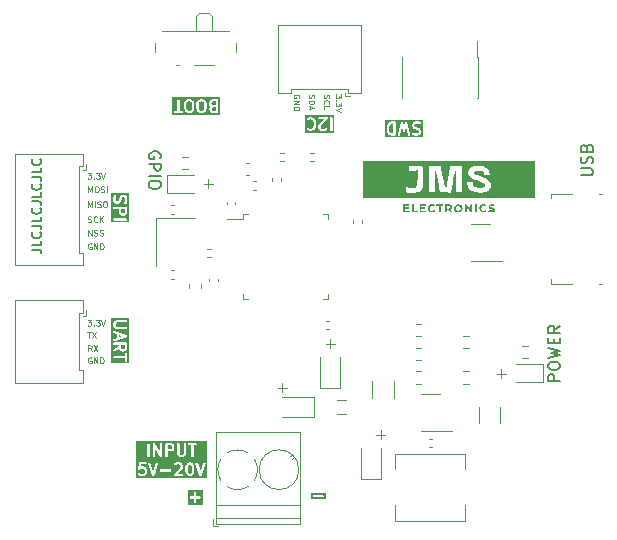
<source format=gbr>
%TF.GenerationSoftware,KiCad,Pcbnew,7.0.10*%
%TF.CreationDate,2024-03-14T18:53:23+05:30*%
%TF.ProjectId,STM32_4LAYER,53544d33-325f-4344-9c41-5945522e6b69,rev?*%
%TF.SameCoordinates,Original*%
%TF.FileFunction,Legend,Top*%
%TF.FilePolarity,Positive*%
%FSLAX46Y46*%
G04 Gerber Fmt 4.6, Leading zero omitted, Abs format (unit mm)*
G04 Created by KiCad (PCBNEW 7.0.10) date 2024-03-14 18:53:23*
%MOMM*%
%LPD*%
G01*
G04 APERTURE LIST*
%ADD10C,0.150000*%
%ADD11C,0.125000*%
%ADD12C,0.200000*%
%ADD13C,0.120000*%
G04 APERTURE END LIST*
D10*
X151240295Y-92700268D02*
X151811723Y-92700268D01*
X151811723Y-92700268D02*
X151926009Y-92738363D01*
X151926009Y-92738363D02*
X152002200Y-92814554D01*
X152002200Y-92814554D02*
X152040295Y-92928839D01*
X152040295Y-92928839D02*
X152040295Y-93005030D01*
X152040295Y-91938363D02*
X152040295Y-92319315D01*
X152040295Y-92319315D02*
X151240295Y-92319315D01*
X151964104Y-91214553D02*
X152002200Y-91252649D01*
X152002200Y-91252649D02*
X152040295Y-91366934D01*
X152040295Y-91366934D02*
X152040295Y-91443125D01*
X152040295Y-91443125D02*
X152002200Y-91557411D01*
X152002200Y-91557411D02*
X151926009Y-91633601D01*
X151926009Y-91633601D02*
X151849819Y-91671696D01*
X151849819Y-91671696D02*
X151697438Y-91709792D01*
X151697438Y-91709792D02*
X151583152Y-91709792D01*
X151583152Y-91709792D02*
X151430771Y-91671696D01*
X151430771Y-91671696D02*
X151354580Y-91633601D01*
X151354580Y-91633601D02*
X151278390Y-91557411D01*
X151278390Y-91557411D02*
X151240295Y-91443125D01*
X151240295Y-91443125D02*
X151240295Y-91366934D01*
X151240295Y-91366934D02*
X151278390Y-91252649D01*
X151278390Y-91252649D02*
X151316485Y-91214553D01*
X151240295Y-90643125D02*
X151811723Y-90643125D01*
X151811723Y-90643125D02*
X151926009Y-90681220D01*
X151926009Y-90681220D02*
X152002200Y-90757411D01*
X152002200Y-90757411D02*
X152040295Y-90871696D01*
X152040295Y-90871696D02*
X152040295Y-90947887D01*
X152040295Y-89881220D02*
X152040295Y-90262172D01*
X152040295Y-90262172D02*
X151240295Y-90262172D01*
X151964104Y-89157410D02*
X152002200Y-89195506D01*
X152002200Y-89195506D02*
X152040295Y-89309791D01*
X152040295Y-89309791D02*
X152040295Y-89385982D01*
X152040295Y-89385982D02*
X152002200Y-89500268D01*
X152002200Y-89500268D02*
X151926009Y-89576458D01*
X151926009Y-89576458D02*
X151849819Y-89614553D01*
X151849819Y-89614553D02*
X151697438Y-89652649D01*
X151697438Y-89652649D02*
X151583152Y-89652649D01*
X151583152Y-89652649D02*
X151430771Y-89614553D01*
X151430771Y-89614553D02*
X151354580Y-89576458D01*
X151354580Y-89576458D02*
X151278390Y-89500268D01*
X151278390Y-89500268D02*
X151240295Y-89385982D01*
X151240295Y-89385982D02*
X151240295Y-89309791D01*
X151240295Y-89309791D02*
X151278390Y-89195506D01*
X151278390Y-89195506D02*
X151316485Y-89157410D01*
X151240295Y-88585982D02*
X151811723Y-88585982D01*
X151811723Y-88585982D02*
X151926009Y-88624077D01*
X151926009Y-88624077D02*
X152002200Y-88700268D01*
X152002200Y-88700268D02*
X152040295Y-88814553D01*
X152040295Y-88814553D02*
X152040295Y-88890744D01*
X152040295Y-87824077D02*
X152040295Y-88205029D01*
X152040295Y-88205029D02*
X151240295Y-88205029D01*
X151964104Y-87100267D02*
X152002200Y-87138363D01*
X152002200Y-87138363D02*
X152040295Y-87252648D01*
X152040295Y-87252648D02*
X152040295Y-87328839D01*
X152040295Y-87328839D02*
X152002200Y-87443125D01*
X152002200Y-87443125D02*
X151926009Y-87519315D01*
X151926009Y-87519315D02*
X151849819Y-87557410D01*
X151849819Y-87557410D02*
X151697438Y-87595506D01*
X151697438Y-87595506D02*
X151583152Y-87595506D01*
X151583152Y-87595506D02*
X151430771Y-87557410D01*
X151430771Y-87557410D02*
X151354580Y-87519315D01*
X151354580Y-87519315D02*
X151278390Y-87443125D01*
X151278390Y-87443125D02*
X151240295Y-87328839D01*
X151240295Y-87328839D02*
X151240295Y-87252648D01*
X151240295Y-87252648D02*
X151278390Y-87138363D01*
X151278390Y-87138363D02*
X151316485Y-87100267D01*
X151240295Y-86528839D02*
X151811723Y-86528839D01*
X151811723Y-86528839D02*
X151926009Y-86566934D01*
X151926009Y-86566934D02*
X152002200Y-86643125D01*
X152002200Y-86643125D02*
X152040295Y-86757410D01*
X152040295Y-86757410D02*
X152040295Y-86833601D01*
X152040295Y-85766934D02*
X152040295Y-86147886D01*
X152040295Y-86147886D02*
X151240295Y-86147886D01*
X151964104Y-85043124D02*
X152002200Y-85081220D01*
X152002200Y-85081220D02*
X152040295Y-85195505D01*
X152040295Y-85195505D02*
X152040295Y-85271696D01*
X152040295Y-85271696D02*
X152002200Y-85385982D01*
X152002200Y-85385982D02*
X151926009Y-85462172D01*
X151926009Y-85462172D02*
X151849819Y-85500267D01*
X151849819Y-85500267D02*
X151697438Y-85538363D01*
X151697438Y-85538363D02*
X151583152Y-85538363D01*
X151583152Y-85538363D02*
X151430771Y-85500267D01*
X151430771Y-85500267D02*
X151354580Y-85462172D01*
X151354580Y-85462172D02*
X151278390Y-85385982D01*
X151278390Y-85385982D02*
X151240295Y-85271696D01*
X151240295Y-85271696D02*
X151240295Y-85195505D01*
X151240295Y-85195505D02*
X151278390Y-85081220D01*
X151278390Y-85081220D02*
X151316485Y-85043124D01*
D11*
X173898880Y-79838188D02*
X173922690Y-79790569D01*
X173922690Y-79790569D02*
X173922690Y-79719140D01*
X173922690Y-79719140D02*
X173898880Y-79647712D01*
X173898880Y-79647712D02*
X173851261Y-79600093D01*
X173851261Y-79600093D02*
X173803642Y-79576283D01*
X173803642Y-79576283D02*
X173708404Y-79552474D01*
X173708404Y-79552474D02*
X173636976Y-79552474D01*
X173636976Y-79552474D02*
X173541738Y-79576283D01*
X173541738Y-79576283D02*
X173494119Y-79600093D01*
X173494119Y-79600093D02*
X173446500Y-79647712D01*
X173446500Y-79647712D02*
X173422690Y-79719140D01*
X173422690Y-79719140D02*
X173422690Y-79766759D01*
X173422690Y-79766759D02*
X173446500Y-79838188D01*
X173446500Y-79838188D02*
X173470309Y-79861997D01*
X173470309Y-79861997D02*
X173636976Y-79861997D01*
X173636976Y-79861997D02*
X173636976Y-79766759D01*
X173422690Y-80076283D02*
X173922690Y-80076283D01*
X173922690Y-80076283D02*
X173422690Y-80361997D01*
X173422690Y-80361997D02*
X173922690Y-80361997D01*
X173422690Y-80600093D02*
X173922690Y-80600093D01*
X173922690Y-80600093D02*
X173922690Y-80719141D01*
X173922690Y-80719141D02*
X173898880Y-80790569D01*
X173898880Y-80790569D02*
X173851261Y-80838188D01*
X173851261Y-80838188D02*
X173803642Y-80861998D01*
X173803642Y-80861998D02*
X173708404Y-80885807D01*
X173708404Y-80885807D02*
X173636976Y-80885807D01*
X173636976Y-80885807D02*
X173541738Y-80861998D01*
X173541738Y-80861998D02*
X173494119Y-80838188D01*
X173494119Y-80838188D02*
X173446500Y-80790569D01*
X173446500Y-80790569D02*
X173422690Y-80719141D01*
X173422690Y-80719141D02*
X173422690Y-80600093D01*
X174716500Y-79552474D02*
X174692690Y-79623902D01*
X174692690Y-79623902D02*
X174692690Y-79742950D01*
X174692690Y-79742950D02*
X174716500Y-79790569D01*
X174716500Y-79790569D02*
X174740309Y-79814378D01*
X174740309Y-79814378D02*
X174787928Y-79838188D01*
X174787928Y-79838188D02*
X174835547Y-79838188D01*
X174835547Y-79838188D02*
X174883166Y-79814378D01*
X174883166Y-79814378D02*
X174906976Y-79790569D01*
X174906976Y-79790569D02*
X174930785Y-79742950D01*
X174930785Y-79742950D02*
X174954595Y-79647712D01*
X174954595Y-79647712D02*
X174978404Y-79600093D01*
X174978404Y-79600093D02*
X175002214Y-79576283D01*
X175002214Y-79576283D02*
X175049833Y-79552474D01*
X175049833Y-79552474D02*
X175097452Y-79552474D01*
X175097452Y-79552474D02*
X175145071Y-79576283D01*
X175145071Y-79576283D02*
X175168880Y-79600093D01*
X175168880Y-79600093D02*
X175192690Y-79647712D01*
X175192690Y-79647712D02*
X175192690Y-79766759D01*
X175192690Y-79766759D02*
X175168880Y-79838188D01*
X174692690Y-80052473D02*
X175192690Y-80052473D01*
X175192690Y-80052473D02*
X175192690Y-80171521D01*
X175192690Y-80171521D02*
X175168880Y-80242949D01*
X175168880Y-80242949D02*
X175121261Y-80290568D01*
X175121261Y-80290568D02*
X175073642Y-80314378D01*
X175073642Y-80314378D02*
X174978404Y-80338187D01*
X174978404Y-80338187D02*
X174906976Y-80338187D01*
X174906976Y-80338187D02*
X174811738Y-80314378D01*
X174811738Y-80314378D02*
X174764119Y-80290568D01*
X174764119Y-80290568D02*
X174716500Y-80242949D01*
X174716500Y-80242949D02*
X174692690Y-80171521D01*
X174692690Y-80171521D02*
X174692690Y-80052473D01*
X174835547Y-80528664D02*
X174835547Y-80766759D01*
X174692690Y-80481045D02*
X175192690Y-80647711D01*
X175192690Y-80647711D02*
X174692690Y-80814378D01*
X175986500Y-79552474D02*
X175962690Y-79623902D01*
X175962690Y-79623902D02*
X175962690Y-79742950D01*
X175962690Y-79742950D02*
X175986500Y-79790569D01*
X175986500Y-79790569D02*
X176010309Y-79814378D01*
X176010309Y-79814378D02*
X176057928Y-79838188D01*
X176057928Y-79838188D02*
X176105547Y-79838188D01*
X176105547Y-79838188D02*
X176153166Y-79814378D01*
X176153166Y-79814378D02*
X176176976Y-79790569D01*
X176176976Y-79790569D02*
X176200785Y-79742950D01*
X176200785Y-79742950D02*
X176224595Y-79647712D01*
X176224595Y-79647712D02*
X176248404Y-79600093D01*
X176248404Y-79600093D02*
X176272214Y-79576283D01*
X176272214Y-79576283D02*
X176319833Y-79552474D01*
X176319833Y-79552474D02*
X176367452Y-79552474D01*
X176367452Y-79552474D02*
X176415071Y-79576283D01*
X176415071Y-79576283D02*
X176438880Y-79600093D01*
X176438880Y-79600093D02*
X176462690Y-79647712D01*
X176462690Y-79647712D02*
X176462690Y-79766759D01*
X176462690Y-79766759D02*
X176438880Y-79838188D01*
X176010309Y-80338187D02*
X175986500Y-80314378D01*
X175986500Y-80314378D02*
X175962690Y-80242949D01*
X175962690Y-80242949D02*
X175962690Y-80195330D01*
X175962690Y-80195330D02*
X175986500Y-80123902D01*
X175986500Y-80123902D02*
X176034119Y-80076283D01*
X176034119Y-80076283D02*
X176081738Y-80052473D01*
X176081738Y-80052473D02*
X176176976Y-80028664D01*
X176176976Y-80028664D02*
X176248404Y-80028664D01*
X176248404Y-80028664D02*
X176343642Y-80052473D01*
X176343642Y-80052473D02*
X176391261Y-80076283D01*
X176391261Y-80076283D02*
X176438880Y-80123902D01*
X176438880Y-80123902D02*
X176462690Y-80195330D01*
X176462690Y-80195330D02*
X176462690Y-80242949D01*
X176462690Y-80242949D02*
X176438880Y-80314378D01*
X176438880Y-80314378D02*
X176415071Y-80338187D01*
X175962690Y-80790568D02*
X175962690Y-80552473D01*
X175962690Y-80552473D02*
X176462690Y-80552473D01*
X177478690Y-79528664D02*
X177478690Y-79838188D01*
X177478690Y-79838188D02*
X177288214Y-79671521D01*
X177288214Y-79671521D02*
X177288214Y-79742950D01*
X177288214Y-79742950D02*
X177264404Y-79790569D01*
X177264404Y-79790569D02*
X177240595Y-79814378D01*
X177240595Y-79814378D02*
X177192976Y-79838188D01*
X177192976Y-79838188D02*
X177073928Y-79838188D01*
X177073928Y-79838188D02*
X177026309Y-79814378D01*
X177026309Y-79814378D02*
X177002500Y-79790569D01*
X177002500Y-79790569D02*
X176978690Y-79742950D01*
X176978690Y-79742950D02*
X176978690Y-79600093D01*
X176978690Y-79600093D02*
X177002500Y-79552474D01*
X177002500Y-79552474D02*
X177026309Y-79528664D01*
X177026309Y-80052473D02*
X177002500Y-80076283D01*
X177002500Y-80076283D02*
X176978690Y-80052473D01*
X176978690Y-80052473D02*
X177002500Y-80028664D01*
X177002500Y-80028664D02*
X177026309Y-80052473D01*
X177026309Y-80052473D02*
X176978690Y-80052473D01*
X177478690Y-80242949D02*
X177478690Y-80552473D01*
X177478690Y-80552473D02*
X177288214Y-80385806D01*
X177288214Y-80385806D02*
X177288214Y-80457235D01*
X177288214Y-80457235D02*
X177264404Y-80504854D01*
X177264404Y-80504854D02*
X177240595Y-80528663D01*
X177240595Y-80528663D02*
X177192976Y-80552473D01*
X177192976Y-80552473D02*
X177073928Y-80552473D01*
X177073928Y-80552473D02*
X177026309Y-80528663D01*
X177026309Y-80528663D02*
X177002500Y-80504854D01*
X177002500Y-80504854D02*
X176978690Y-80457235D01*
X176978690Y-80457235D02*
X176978690Y-80314378D01*
X176978690Y-80314378D02*
X177002500Y-80266759D01*
X177002500Y-80266759D02*
X177026309Y-80242949D01*
X177478690Y-80695330D02*
X176978690Y-80861996D01*
X176978690Y-80861996D02*
X177478690Y-81028663D01*
D12*
G36*
X176132916Y-113775123D02*
G01*
X174895085Y-113775123D01*
X174895085Y-113563168D01*
X175037942Y-113563168D01*
X175074269Y-113613168D01*
X175133048Y-113632266D01*
X175894953Y-113632266D01*
X175953732Y-113613168D01*
X175990059Y-113563168D01*
X175990059Y-113501364D01*
X175953732Y-113451364D01*
X175894953Y-113432266D01*
X175133048Y-113432266D01*
X175074269Y-113451364D01*
X175037942Y-113501364D01*
X175037942Y-113563168D01*
X174895085Y-113563168D01*
X174895085Y-113289409D01*
X176132916Y-113289409D01*
X176132916Y-113775123D01*
G37*
G36*
X159147780Y-89487536D02*
G01*
X159117975Y-89547145D01*
X159093306Y-89571813D01*
X159033697Y-89601619D01*
X158938054Y-89601619D01*
X158878444Y-89571814D01*
X158853776Y-89547145D01*
X158823971Y-89487535D01*
X158823971Y-89230191D01*
X159147780Y-89230191D01*
X159147780Y-89487536D01*
G37*
G36*
X159490637Y-90373048D02*
G01*
X158004923Y-90373048D01*
X158004923Y-90161093D01*
X158152674Y-90161093D01*
X158189001Y-90211093D01*
X158247780Y-90230191D01*
X159247780Y-90230191D01*
X159306559Y-90211093D01*
X159342886Y-90161093D01*
X159342886Y-90099289D01*
X159306559Y-90049289D01*
X159247780Y-90030191D01*
X158247780Y-90030191D01*
X158189001Y-90049289D01*
X158152674Y-90099289D01*
X158152674Y-90161093D01*
X158004923Y-90161093D01*
X158004923Y-89161093D01*
X158152674Y-89161093D01*
X158189001Y-89211093D01*
X158247780Y-89230191D01*
X158623971Y-89230191D01*
X158623971Y-89511143D01*
X158631094Y-89533066D01*
X158634528Y-89555864D01*
X158682147Y-89651102D01*
X158693520Y-89662649D01*
X158700879Y-89677092D01*
X158748498Y-89724710D01*
X158762939Y-89732068D01*
X158774488Y-89743443D01*
X158869725Y-89791062D01*
X158892523Y-89794495D01*
X158914447Y-89801619D01*
X159057304Y-89801619D01*
X159079227Y-89794495D01*
X159102025Y-89791062D01*
X159197263Y-89743443D01*
X159208810Y-89732069D01*
X159223253Y-89724711D01*
X159270871Y-89677092D01*
X159278229Y-89662650D01*
X159289604Y-89651102D01*
X159337223Y-89555865D01*
X159340656Y-89533066D01*
X159347780Y-89511143D01*
X159347780Y-89130191D01*
X159342886Y-89115128D01*
X159342886Y-89099289D01*
X159333576Y-89086475D01*
X159328682Y-89071412D01*
X159315868Y-89062102D01*
X159306559Y-89049289D01*
X159291495Y-89044394D01*
X159278682Y-89035085D01*
X159262843Y-89035085D01*
X159247780Y-89030191D01*
X158247780Y-89030191D01*
X158189001Y-89049289D01*
X158152674Y-89099289D01*
X158152674Y-89161093D01*
X158004923Y-89161093D01*
X158004923Y-88511143D01*
X158147780Y-88511143D01*
X158154904Y-88533069D01*
X158158338Y-88555865D01*
X158205958Y-88651103D01*
X158217330Y-88662649D01*
X158224689Y-88677092D01*
X158272308Y-88724710D01*
X158286749Y-88732068D01*
X158298298Y-88743443D01*
X158393535Y-88791062D01*
X158416333Y-88794495D01*
X158438257Y-88801619D01*
X158533495Y-88801619D01*
X158555418Y-88794495D01*
X158578216Y-88791062D01*
X158673454Y-88743443D01*
X158685001Y-88732069D01*
X158699444Y-88724711D01*
X158747062Y-88677092D01*
X158754420Y-88662650D01*
X158765795Y-88651102D01*
X158813414Y-88555865D01*
X158815074Y-88544843D01*
X158820985Y-88535397D01*
X158865941Y-88355571D01*
X158901395Y-88284664D01*
X158926063Y-88259995D01*
X158985673Y-88230191D01*
X159033697Y-88230191D01*
X159093306Y-88259996D01*
X159117975Y-88284664D01*
X159147780Y-88344274D01*
X159147780Y-88542535D01*
X159105293Y-88669996D01*
X159104823Y-88731798D01*
X159140770Y-88782072D01*
X159199402Y-88801617D01*
X159258324Y-88782965D01*
X159295029Y-88733242D01*
X159342648Y-88590385D01*
X159342771Y-88574177D01*
X159347780Y-88558762D01*
X159347780Y-88320667D01*
X159340656Y-88298743D01*
X159337223Y-88275945D01*
X159289604Y-88180708D01*
X159278229Y-88169159D01*
X159270871Y-88154718D01*
X159223253Y-88107099D01*
X159208810Y-88099740D01*
X159197263Y-88088367D01*
X159102025Y-88040748D01*
X159079227Y-88037314D01*
X159057304Y-88030191D01*
X158962066Y-88030191D01*
X158940142Y-88037314D01*
X158917344Y-88040748D01*
X158822107Y-88088367D01*
X158810558Y-88099741D01*
X158796117Y-88107100D01*
X158748498Y-88154718D01*
X158741139Y-88169160D01*
X158729766Y-88180708D01*
X158682147Y-88275946D01*
X158680486Y-88286967D01*
X158674576Y-88296414D01*
X158629619Y-88476238D01*
X158594166Y-88547145D01*
X158569497Y-88571813D01*
X158509888Y-88601619D01*
X158461864Y-88601619D01*
X158402254Y-88571814D01*
X158377583Y-88547143D01*
X158347780Y-88487536D01*
X158347780Y-88289275D01*
X158390268Y-88161814D01*
X158390738Y-88100012D01*
X158354792Y-88049738D01*
X158296160Y-88030193D01*
X158237238Y-88048844D01*
X158200532Y-88098567D01*
X158152912Y-88241425D01*
X158152788Y-88257632D01*
X158147780Y-88273048D01*
X158147780Y-88511143D01*
X158004923Y-88511143D01*
X158004923Y-87887334D01*
X159490637Y-87887334D01*
X159490637Y-90373048D01*
G37*
D11*
X156292188Y-101818119D02*
X156244569Y-101794309D01*
X156244569Y-101794309D02*
X156173140Y-101794309D01*
X156173140Y-101794309D02*
X156101712Y-101818119D01*
X156101712Y-101818119D02*
X156054093Y-101865738D01*
X156054093Y-101865738D02*
X156030283Y-101913357D01*
X156030283Y-101913357D02*
X156006474Y-102008595D01*
X156006474Y-102008595D02*
X156006474Y-102080023D01*
X156006474Y-102080023D02*
X156030283Y-102175261D01*
X156030283Y-102175261D02*
X156054093Y-102222880D01*
X156054093Y-102222880D02*
X156101712Y-102270500D01*
X156101712Y-102270500D02*
X156173140Y-102294309D01*
X156173140Y-102294309D02*
X156220759Y-102294309D01*
X156220759Y-102294309D02*
X156292188Y-102270500D01*
X156292188Y-102270500D02*
X156315997Y-102246690D01*
X156315997Y-102246690D02*
X156315997Y-102080023D01*
X156315997Y-102080023D02*
X156220759Y-102080023D01*
X156530283Y-102294309D02*
X156530283Y-101794309D01*
X156530283Y-101794309D02*
X156815997Y-102294309D01*
X156815997Y-102294309D02*
X156815997Y-101794309D01*
X157054093Y-102294309D02*
X157054093Y-101794309D01*
X157054093Y-101794309D02*
X157173141Y-101794309D01*
X157173141Y-101794309D02*
X157244569Y-101818119D01*
X157244569Y-101818119D02*
X157292188Y-101865738D01*
X157292188Y-101865738D02*
X157315998Y-101913357D01*
X157315998Y-101913357D02*
X157339807Y-102008595D01*
X157339807Y-102008595D02*
X157339807Y-102080023D01*
X157339807Y-102080023D02*
X157315998Y-102175261D01*
X157315998Y-102175261D02*
X157292188Y-102222880D01*
X157292188Y-102222880D02*
X157244569Y-102270500D01*
X157244569Y-102270500D02*
X157173141Y-102294309D01*
X157173141Y-102294309D02*
X157054093Y-102294309D01*
X156315997Y-101278309D02*
X156149331Y-101040214D01*
X156030283Y-101278309D02*
X156030283Y-100778309D01*
X156030283Y-100778309D02*
X156220759Y-100778309D01*
X156220759Y-100778309D02*
X156268378Y-100802119D01*
X156268378Y-100802119D02*
X156292188Y-100825928D01*
X156292188Y-100825928D02*
X156315997Y-100873547D01*
X156315997Y-100873547D02*
X156315997Y-100944976D01*
X156315997Y-100944976D02*
X156292188Y-100992595D01*
X156292188Y-100992595D02*
X156268378Y-101016404D01*
X156268378Y-101016404D02*
X156220759Y-101040214D01*
X156220759Y-101040214D02*
X156030283Y-101040214D01*
X156482664Y-100778309D02*
X156815997Y-101278309D01*
X156815997Y-100778309D02*
X156482664Y-101278309D01*
X155958855Y-99635309D02*
X156244569Y-99635309D01*
X156101712Y-100135309D02*
X156101712Y-99635309D01*
X156363616Y-99635309D02*
X156696949Y-100135309D01*
X156696949Y-99635309D02*
X156363616Y-100135309D01*
X155982664Y-98619309D02*
X156292188Y-98619309D01*
X156292188Y-98619309D02*
X156125521Y-98809785D01*
X156125521Y-98809785D02*
X156196950Y-98809785D01*
X156196950Y-98809785D02*
X156244569Y-98833595D01*
X156244569Y-98833595D02*
X156268378Y-98857404D01*
X156268378Y-98857404D02*
X156292188Y-98905023D01*
X156292188Y-98905023D02*
X156292188Y-99024071D01*
X156292188Y-99024071D02*
X156268378Y-99071690D01*
X156268378Y-99071690D02*
X156244569Y-99095500D01*
X156244569Y-99095500D02*
X156196950Y-99119309D01*
X156196950Y-99119309D02*
X156054093Y-99119309D01*
X156054093Y-99119309D02*
X156006474Y-99095500D01*
X156006474Y-99095500D02*
X155982664Y-99071690D01*
X156506473Y-99071690D02*
X156530283Y-99095500D01*
X156530283Y-99095500D02*
X156506473Y-99119309D01*
X156506473Y-99119309D02*
X156482664Y-99095500D01*
X156482664Y-99095500D02*
X156506473Y-99071690D01*
X156506473Y-99071690D02*
X156506473Y-99119309D01*
X156696949Y-98619309D02*
X157006473Y-98619309D01*
X157006473Y-98619309D02*
X156839806Y-98809785D01*
X156839806Y-98809785D02*
X156911235Y-98809785D01*
X156911235Y-98809785D02*
X156958854Y-98833595D01*
X156958854Y-98833595D02*
X156982663Y-98857404D01*
X156982663Y-98857404D02*
X157006473Y-98905023D01*
X157006473Y-98905023D02*
X157006473Y-99024071D01*
X157006473Y-99024071D02*
X156982663Y-99071690D01*
X156982663Y-99071690D02*
X156958854Y-99095500D01*
X156958854Y-99095500D02*
X156911235Y-99119309D01*
X156911235Y-99119309D02*
X156768378Y-99119309D01*
X156768378Y-99119309D02*
X156720759Y-99095500D01*
X156720759Y-99095500D02*
X156696949Y-99071690D01*
X157149330Y-98619309D02*
X157315996Y-99119309D01*
X157315996Y-99119309D02*
X157482663Y-98619309D01*
X156292188Y-92166119D02*
X156244569Y-92142309D01*
X156244569Y-92142309D02*
X156173140Y-92142309D01*
X156173140Y-92142309D02*
X156101712Y-92166119D01*
X156101712Y-92166119D02*
X156054093Y-92213738D01*
X156054093Y-92213738D02*
X156030283Y-92261357D01*
X156030283Y-92261357D02*
X156006474Y-92356595D01*
X156006474Y-92356595D02*
X156006474Y-92428023D01*
X156006474Y-92428023D02*
X156030283Y-92523261D01*
X156030283Y-92523261D02*
X156054093Y-92570880D01*
X156054093Y-92570880D02*
X156101712Y-92618500D01*
X156101712Y-92618500D02*
X156173140Y-92642309D01*
X156173140Y-92642309D02*
X156220759Y-92642309D01*
X156220759Y-92642309D02*
X156292188Y-92618500D01*
X156292188Y-92618500D02*
X156315997Y-92594690D01*
X156315997Y-92594690D02*
X156315997Y-92428023D01*
X156315997Y-92428023D02*
X156220759Y-92428023D01*
X156530283Y-92642309D02*
X156530283Y-92142309D01*
X156530283Y-92142309D02*
X156815997Y-92642309D01*
X156815997Y-92642309D02*
X156815997Y-92142309D01*
X157054093Y-92642309D02*
X157054093Y-92142309D01*
X157054093Y-92142309D02*
X157173141Y-92142309D01*
X157173141Y-92142309D02*
X157244569Y-92166119D01*
X157244569Y-92166119D02*
X157292188Y-92213738D01*
X157292188Y-92213738D02*
X157315998Y-92261357D01*
X157315998Y-92261357D02*
X157339807Y-92356595D01*
X157339807Y-92356595D02*
X157339807Y-92428023D01*
X157339807Y-92428023D02*
X157315998Y-92523261D01*
X157315998Y-92523261D02*
X157292188Y-92570880D01*
X157292188Y-92570880D02*
X157244569Y-92618500D01*
X157244569Y-92618500D02*
X157173141Y-92642309D01*
X157173141Y-92642309D02*
X157054093Y-92642309D01*
X155982664Y-86173309D02*
X156292188Y-86173309D01*
X156292188Y-86173309D02*
X156125521Y-86363785D01*
X156125521Y-86363785D02*
X156196950Y-86363785D01*
X156196950Y-86363785D02*
X156244569Y-86387595D01*
X156244569Y-86387595D02*
X156268378Y-86411404D01*
X156268378Y-86411404D02*
X156292188Y-86459023D01*
X156292188Y-86459023D02*
X156292188Y-86578071D01*
X156292188Y-86578071D02*
X156268378Y-86625690D01*
X156268378Y-86625690D02*
X156244569Y-86649500D01*
X156244569Y-86649500D02*
X156196950Y-86673309D01*
X156196950Y-86673309D02*
X156054093Y-86673309D01*
X156054093Y-86673309D02*
X156006474Y-86649500D01*
X156006474Y-86649500D02*
X155982664Y-86625690D01*
X156506473Y-86625690D02*
X156530283Y-86649500D01*
X156530283Y-86649500D02*
X156506473Y-86673309D01*
X156506473Y-86673309D02*
X156482664Y-86649500D01*
X156482664Y-86649500D02*
X156506473Y-86625690D01*
X156506473Y-86625690D02*
X156506473Y-86673309D01*
X156696949Y-86173309D02*
X157006473Y-86173309D01*
X157006473Y-86173309D02*
X156839806Y-86363785D01*
X156839806Y-86363785D02*
X156911235Y-86363785D01*
X156911235Y-86363785D02*
X156958854Y-86387595D01*
X156958854Y-86387595D02*
X156982663Y-86411404D01*
X156982663Y-86411404D02*
X157006473Y-86459023D01*
X157006473Y-86459023D02*
X157006473Y-86578071D01*
X157006473Y-86578071D02*
X156982663Y-86625690D01*
X156982663Y-86625690D02*
X156958854Y-86649500D01*
X156958854Y-86649500D02*
X156911235Y-86673309D01*
X156911235Y-86673309D02*
X156768378Y-86673309D01*
X156768378Y-86673309D02*
X156720759Y-86649500D01*
X156720759Y-86649500D02*
X156696949Y-86625690D01*
X157149330Y-86173309D02*
X157315996Y-86673309D01*
X157315996Y-86673309D02*
X157482663Y-86173309D01*
X156030283Y-87816309D02*
X156030283Y-87316309D01*
X156030283Y-87316309D02*
X156196950Y-87673452D01*
X156196950Y-87673452D02*
X156363616Y-87316309D01*
X156363616Y-87316309D02*
X156363616Y-87816309D01*
X156696950Y-87316309D02*
X156792188Y-87316309D01*
X156792188Y-87316309D02*
X156839807Y-87340119D01*
X156839807Y-87340119D02*
X156887426Y-87387738D01*
X156887426Y-87387738D02*
X156911236Y-87482976D01*
X156911236Y-87482976D02*
X156911236Y-87649642D01*
X156911236Y-87649642D02*
X156887426Y-87744880D01*
X156887426Y-87744880D02*
X156839807Y-87792500D01*
X156839807Y-87792500D02*
X156792188Y-87816309D01*
X156792188Y-87816309D02*
X156696950Y-87816309D01*
X156696950Y-87816309D02*
X156649331Y-87792500D01*
X156649331Y-87792500D02*
X156601712Y-87744880D01*
X156601712Y-87744880D02*
X156577903Y-87649642D01*
X156577903Y-87649642D02*
X156577903Y-87482976D01*
X156577903Y-87482976D02*
X156601712Y-87387738D01*
X156601712Y-87387738D02*
X156649331Y-87340119D01*
X156649331Y-87340119D02*
X156696950Y-87316309D01*
X157101713Y-87792500D02*
X157173141Y-87816309D01*
X157173141Y-87816309D02*
X157292189Y-87816309D01*
X157292189Y-87816309D02*
X157339808Y-87792500D01*
X157339808Y-87792500D02*
X157363617Y-87768690D01*
X157363617Y-87768690D02*
X157387427Y-87721071D01*
X157387427Y-87721071D02*
X157387427Y-87673452D01*
X157387427Y-87673452D02*
X157363617Y-87625833D01*
X157363617Y-87625833D02*
X157339808Y-87602023D01*
X157339808Y-87602023D02*
X157292189Y-87578214D01*
X157292189Y-87578214D02*
X157196951Y-87554404D01*
X157196951Y-87554404D02*
X157149332Y-87530595D01*
X157149332Y-87530595D02*
X157125522Y-87506785D01*
X157125522Y-87506785D02*
X157101713Y-87459166D01*
X157101713Y-87459166D02*
X157101713Y-87411547D01*
X157101713Y-87411547D02*
X157125522Y-87363928D01*
X157125522Y-87363928D02*
X157149332Y-87340119D01*
X157149332Y-87340119D02*
X157196951Y-87316309D01*
X157196951Y-87316309D02*
X157315998Y-87316309D01*
X157315998Y-87316309D02*
X157387427Y-87340119D01*
X157601712Y-87816309D02*
X157601712Y-87316309D01*
X156030283Y-89086309D02*
X156030283Y-88586309D01*
X156030283Y-88586309D02*
X156196950Y-88943452D01*
X156196950Y-88943452D02*
X156363616Y-88586309D01*
X156363616Y-88586309D02*
X156363616Y-89086309D01*
X156601712Y-89086309D02*
X156601712Y-88586309D01*
X156815998Y-89062500D02*
X156887426Y-89086309D01*
X156887426Y-89086309D02*
X157006474Y-89086309D01*
X157006474Y-89086309D02*
X157054093Y-89062500D01*
X157054093Y-89062500D02*
X157077902Y-89038690D01*
X157077902Y-89038690D02*
X157101712Y-88991071D01*
X157101712Y-88991071D02*
X157101712Y-88943452D01*
X157101712Y-88943452D02*
X157077902Y-88895833D01*
X157077902Y-88895833D02*
X157054093Y-88872023D01*
X157054093Y-88872023D02*
X157006474Y-88848214D01*
X157006474Y-88848214D02*
X156911236Y-88824404D01*
X156911236Y-88824404D02*
X156863617Y-88800595D01*
X156863617Y-88800595D02*
X156839807Y-88776785D01*
X156839807Y-88776785D02*
X156815998Y-88729166D01*
X156815998Y-88729166D02*
X156815998Y-88681547D01*
X156815998Y-88681547D02*
X156839807Y-88633928D01*
X156839807Y-88633928D02*
X156863617Y-88610119D01*
X156863617Y-88610119D02*
X156911236Y-88586309D01*
X156911236Y-88586309D02*
X157030283Y-88586309D01*
X157030283Y-88586309D02*
X157101712Y-88610119D01*
X157411235Y-88586309D02*
X157506473Y-88586309D01*
X157506473Y-88586309D02*
X157554092Y-88610119D01*
X157554092Y-88610119D02*
X157601711Y-88657738D01*
X157601711Y-88657738D02*
X157625521Y-88752976D01*
X157625521Y-88752976D02*
X157625521Y-88919642D01*
X157625521Y-88919642D02*
X157601711Y-89014880D01*
X157601711Y-89014880D02*
X157554092Y-89062500D01*
X157554092Y-89062500D02*
X157506473Y-89086309D01*
X157506473Y-89086309D02*
X157411235Y-89086309D01*
X157411235Y-89086309D02*
X157363616Y-89062500D01*
X157363616Y-89062500D02*
X157315997Y-89014880D01*
X157315997Y-89014880D02*
X157292188Y-88919642D01*
X157292188Y-88919642D02*
X157292188Y-88752976D01*
X157292188Y-88752976D02*
X157315997Y-88657738D01*
X157315997Y-88657738D02*
X157363616Y-88610119D01*
X157363616Y-88610119D02*
X157411235Y-88586309D01*
X156006474Y-90332500D02*
X156077902Y-90356309D01*
X156077902Y-90356309D02*
X156196950Y-90356309D01*
X156196950Y-90356309D02*
X156244569Y-90332500D01*
X156244569Y-90332500D02*
X156268378Y-90308690D01*
X156268378Y-90308690D02*
X156292188Y-90261071D01*
X156292188Y-90261071D02*
X156292188Y-90213452D01*
X156292188Y-90213452D02*
X156268378Y-90165833D01*
X156268378Y-90165833D02*
X156244569Y-90142023D01*
X156244569Y-90142023D02*
X156196950Y-90118214D01*
X156196950Y-90118214D02*
X156101712Y-90094404D01*
X156101712Y-90094404D02*
X156054093Y-90070595D01*
X156054093Y-90070595D02*
X156030283Y-90046785D01*
X156030283Y-90046785D02*
X156006474Y-89999166D01*
X156006474Y-89999166D02*
X156006474Y-89951547D01*
X156006474Y-89951547D02*
X156030283Y-89903928D01*
X156030283Y-89903928D02*
X156054093Y-89880119D01*
X156054093Y-89880119D02*
X156101712Y-89856309D01*
X156101712Y-89856309D02*
X156220759Y-89856309D01*
X156220759Y-89856309D02*
X156292188Y-89880119D01*
X156792187Y-90308690D02*
X156768378Y-90332500D01*
X156768378Y-90332500D02*
X156696949Y-90356309D01*
X156696949Y-90356309D02*
X156649330Y-90356309D01*
X156649330Y-90356309D02*
X156577902Y-90332500D01*
X156577902Y-90332500D02*
X156530283Y-90284880D01*
X156530283Y-90284880D02*
X156506473Y-90237261D01*
X156506473Y-90237261D02*
X156482664Y-90142023D01*
X156482664Y-90142023D02*
X156482664Y-90070595D01*
X156482664Y-90070595D02*
X156506473Y-89975357D01*
X156506473Y-89975357D02*
X156530283Y-89927738D01*
X156530283Y-89927738D02*
X156577902Y-89880119D01*
X156577902Y-89880119D02*
X156649330Y-89856309D01*
X156649330Y-89856309D02*
X156696949Y-89856309D01*
X156696949Y-89856309D02*
X156768378Y-89880119D01*
X156768378Y-89880119D02*
X156792187Y-89903928D01*
X157006473Y-90356309D02*
X157006473Y-89856309D01*
X157292187Y-90356309D02*
X157077902Y-90070595D01*
X157292187Y-89856309D02*
X157006473Y-90142023D01*
X165836648Y-87120166D02*
X166598553Y-87120166D01*
X166217600Y-87501119D02*
X166217600Y-86739214D01*
X190627048Y-103172966D02*
X191388953Y-103172966D01*
X191008000Y-103553919D02*
X191008000Y-102792014D01*
X180416248Y-108354566D02*
X181178153Y-108354566D01*
X180797200Y-108735519D02*
X180797200Y-107973614D01*
X176149048Y-100632966D02*
X176910953Y-100632966D01*
X176530000Y-101013919D02*
X176530000Y-100252014D01*
X172085048Y-104392166D02*
X172846953Y-104392166D01*
X172466000Y-104773119D02*
X172466000Y-104011214D01*
D10*
X195957819Y-103803220D02*
X194957819Y-103803220D01*
X194957819Y-103803220D02*
X194957819Y-103422268D01*
X194957819Y-103422268D02*
X195005438Y-103327030D01*
X195005438Y-103327030D02*
X195053057Y-103279411D01*
X195053057Y-103279411D02*
X195148295Y-103231792D01*
X195148295Y-103231792D02*
X195291152Y-103231792D01*
X195291152Y-103231792D02*
X195386390Y-103279411D01*
X195386390Y-103279411D02*
X195434009Y-103327030D01*
X195434009Y-103327030D02*
X195481628Y-103422268D01*
X195481628Y-103422268D02*
X195481628Y-103803220D01*
X194957819Y-102612744D02*
X194957819Y-102422268D01*
X194957819Y-102422268D02*
X195005438Y-102327030D01*
X195005438Y-102327030D02*
X195100676Y-102231792D01*
X195100676Y-102231792D02*
X195291152Y-102184173D01*
X195291152Y-102184173D02*
X195624485Y-102184173D01*
X195624485Y-102184173D02*
X195814961Y-102231792D01*
X195814961Y-102231792D02*
X195910200Y-102327030D01*
X195910200Y-102327030D02*
X195957819Y-102422268D01*
X195957819Y-102422268D02*
X195957819Y-102612744D01*
X195957819Y-102612744D02*
X195910200Y-102707982D01*
X195910200Y-102707982D02*
X195814961Y-102803220D01*
X195814961Y-102803220D02*
X195624485Y-102850839D01*
X195624485Y-102850839D02*
X195291152Y-102850839D01*
X195291152Y-102850839D02*
X195100676Y-102803220D01*
X195100676Y-102803220D02*
X195005438Y-102707982D01*
X195005438Y-102707982D02*
X194957819Y-102612744D01*
X194957819Y-101850839D02*
X195957819Y-101612744D01*
X195957819Y-101612744D02*
X195243533Y-101422268D01*
X195243533Y-101422268D02*
X195957819Y-101231792D01*
X195957819Y-101231792D02*
X194957819Y-100993697D01*
X195434009Y-100612744D02*
X195434009Y-100279411D01*
X195957819Y-100136554D02*
X195957819Y-100612744D01*
X195957819Y-100612744D02*
X194957819Y-100612744D01*
X194957819Y-100612744D02*
X194957819Y-100136554D01*
X195957819Y-99136554D02*
X195481628Y-99469887D01*
X195957819Y-99707982D02*
X194957819Y-99707982D01*
X194957819Y-99707982D02*
X194957819Y-99327030D01*
X194957819Y-99327030D02*
X195005438Y-99231792D01*
X195005438Y-99231792D02*
X195053057Y-99184173D01*
X195053057Y-99184173D02*
X195148295Y-99136554D01*
X195148295Y-99136554D02*
X195291152Y-99136554D01*
X195291152Y-99136554D02*
X195386390Y-99184173D01*
X195386390Y-99184173D02*
X195434009Y-99231792D01*
X195434009Y-99231792D02*
X195481628Y-99327030D01*
X195481628Y-99327030D02*
X195481628Y-99707982D01*
X162118561Y-84934588D02*
X162166180Y-84839350D01*
X162166180Y-84839350D02*
X162166180Y-84696493D01*
X162166180Y-84696493D02*
X162118561Y-84553636D01*
X162118561Y-84553636D02*
X162023323Y-84458398D01*
X162023323Y-84458398D02*
X161928085Y-84410779D01*
X161928085Y-84410779D02*
X161737609Y-84363160D01*
X161737609Y-84363160D02*
X161594752Y-84363160D01*
X161594752Y-84363160D02*
X161404276Y-84410779D01*
X161404276Y-84410779D02*
X161309038Y-84458398D01*
X161309038Y-84458398D02*
X161213800Y-84553636D01*
X161213800Y-84553636D02*
X161166180Y-84696493D01*
X161166180Y-84696493D02*
X161166180Y-84791731D01*
X161166180Y-84791731D02*
X161213800Y-84934588D01*
X161213800Y-84934588D02*
X161261419Y-84982207D01*
X161261419Y-84982207D02*
X161594752Y-84982207D01*
X161594752Y-84982207D02*
X161594752Y-84791731D01*
X161166180Y-85410779D02*
X162166180Y-85410779D01*
X162166180Y-85410779D02*
X162166180Y-85791731D01*
X162166180Y-85791731D02*
X162118561Y-85886969D01*
X162118561Y-85886969D02*
X162070942Y-85934588D01*
X162070942Y-85934588D02*
X161975704Y-85982207D01*
X161975704Y-85982207D02*
X161832847Y-85982207D01*
X161832847Y-85982207D02*
X161737609Y-85934588D01*
X161737609Y-85934588D02*
X161689990Y-85886969D01*
X161689990Y-85886969D02*
X161642371Y-85791731D01*
X161642371Y-85791731D02*
X161642371Y-85410779D01*
X161166180Y-86410779D02*
X162166180Y-86410779D01*
X162166180Y-87077445D02*
X162166180Y-87267921D01*
X162166180Y-87267921D02*
X162118561Y-87363159D01*
X162118561Y-87363159D02*
X162023323Y-87458397D01*
X162023323Y-87458397D02*
X161832847Y-87506016D01*
X161832847Y-87506016D02*
X161499514Y-87506016D01*
X161499514Y-87506016D02*
X161309038Y-87458397D01*
X161309038Y-87458397D02*
X161213800Y-87363159D01*
X161213800Y-87363159D02*
X161166180Y-87267921D01*
X161166180Y-87267921D02*
X161166180Y-87077445D01*
X161166180Y-87077445D02*
X161213800Y-86982207D01*
X161213800Y-86982207D02*
X161309038Y-86886969D01*
X161309038Y-86886969D02*
X161499514Y-86839350D01*
X161499514Y-86839350D02*
X161832847Y-86839350D01*
X161832847Y-86839350D02*
X162023323Y-86886969D01*
X162023323Y-86886969D02*
X162118561Y-86982207D01*
X162118561Y-86982207D02*
X162166180Y-87077445D01*
D11*
X156030283Y-91499309D02*
X156030283Y-90999309D01*
X156030283Y-90999309D02*
X156315997Y-91499309D01*
X156315997Y-91499309D02*
X156315997Y-90999309D01*
X156530284Y-91475500D02*
X156601712Y-91499309D01*
X156601712Y-91499309D02*
X156720760Y-91499309D01*
X156720760Y-91499309D02*
X156768379Y-91475500D01*
X156768379Y-91475500D02*
X156792188Y-91451690D01*
X156792188Y-91451690D02*
X156815998Y-91404071D01*
X156815998Y-91404071D02*
X156815998Y-91356452D01*
X156815998Y-91356452D02*
X156792188Y-91308833D01*
X156792188Y-91308833D02*
X156768379Y-91285023D01*
X156768379Y-91285023D02*
X156720760Y-91261214D01*
X156720760Y-91261214D02*
X156625522Y-91237404D01*
X156625522Y-91237404D02*
X156577903Y-91213595D01*
X156577903Y-91213595D02*
X156554093Y-91189785D01*
X156554093Y-91189785D02*
X156530284Y-91142166D01*
X156530284Y-91142166D02*
X156530284Y-91094547D01*
X156530284Y-91094547D02*
X156554093Y-91046928D01*
X156554093Y-91046928D02*
X156577903Y-91023119D01*
X156577903Y-91023119D02*
X156625522Y-90999309D01*
X156625522Y-90999309D02*
X156744569Y-90999309D01*
X156744569Y-90999309D02*
X156815998Y-91023119D01*
X157006474Y-91475500D02*
X157077902Y-91499309D01*
X157077902Y-91499309D02*
X157196950Y-91499309D01*
X157196950Y-91499309D02*
X157244569Y-91475500D01*
X157244569Y-91475500D02*
X157268378Y-91451690D01*
X157268378Y-91451690D02*
X157292188Y-91404071D01*
X157292188Y-91404071D02*
X157292188Y-91356452D01*
X157292188Y-91356452D02*
X157268378Y-91308833D01*
X157268378Y-91308833D02*
X157244569Y-91285023D01*
X157244569Y-91285023D02*
X157196950Y-91261214D01*
X157196950Y-91261214D02*
X157101712Y-91237404D01*
X157101712Y-91237404D02*
X157054093Y-91213595D01*
X157054093Y-91213595D02*
X157030283Y-91189785D01*
X157030283Y-91189785D02*
X157006474Y-91142166D01*
X157006474Y-91142166D02*
X157006474Y-91094547D01*
X157006474Y-91094547D02*
X157030283Y-91046928D01*
X157030283Y-91046928D02*
X157054093Y-91023119D01*
X157054093Y-91023119D02*
X157101712Y-90999309D01*
X157101712Y-90999309D02*
X157220759Y-90999309D01*
X157220759Y-90999309D02*
X157292188Y-91023119D01*
D12*
G36*
X165718916Y-114278182D02*
G01*
X164481085Y-114278182D01*
X164481085Y-113690168D01*
X164623942Y-113690168D01*
X164660269Y-113740168D01*
X164719048Y-113759266D01*
X165000000Y-113759266D01*
X165000000Y-114040219D01*
X165019098Y-114098998D01*
X165069098Y-114135325D01*
X165130902Y-114135325D01*
X165180902Y-114098998D01*
X165200000Y-114040219D01*
X165200000Y-113759266D01*
X165480953Y-113759266D01*
X165539732Y-113740168D01*
X165576059Y-113690168D01*
X165576059Y-113628364D01*
X165539732Y-113578364D01*
X165480953Y-113559266D01*
X165200000Y-113559266D01*
X165200000Y-113278314D01*
X165180902Y-113219535D01*
X165130902Y-113183208D01*
X165069098Y-113183208D01*
X165019098Y-113219535D01*
X165000000Y-113278314D01*
X165000000Y-113559266D01*
X164719048Y-113559266D01*
X164660269Y-113578364D01*
X164623942Y-113628364D01*
X164623942Y-113690168D01*
X164481085Y-113690168D01*
X164481085Y-113040351D01*
X165718916Y-113040351D01*
X165718916Y-114278182D01*
G37*
G36*
X164723049Y-110884024D02*
G01*
X164747718Y-110908692D01*
X164783171Y-110979599D01*
X164825142Y-111147480D01*
X164825142Y-111360956D01*
X164783171Y-111528837D01*
X164747718Y-111599743D01*
X164723049Y-111624413D01*
X164663440Y-111654219D01*
X164615416Y-111654219D01*
X164555806Y-111624414D01*
X164531139Y-111599746D01*
X164495684Y-111528837D01*
X164453714Y-111360956D01*
X164453714Y-111147481D01*
X164495684Y-110979599D01*
X164531138Y-110908692D01*
X164555806Y-110884023D01*
X164615416Y-110854219D01*
X164663440Y-110854219D01*
X164723049Y-110884024D01*
G37*
G36*
X163080192Y-109274024D02*
G01*
X163104861Y-109298692D01*
X163134666Y-109358302D01*
X163134666Y-109453945D01*
X163104861Y-109513554D01*
X163080192Y-109538222D01*
X163020583Y-109568028D01*
X162763238Y-109568028D01*
X162763238Y-109244219D01*
X163020583Y-109244219D01*
X163080192Y-109274024D01*
G37*
G36*
X166115718Y-111997076D02*
G01*
X160111353Y-111997076D01*
X160111353Y-111220459D01*
X160254210Y-111220459D01*
X160260206Y-111247983D01*
X160264613Y-111275808D01*
X160266728Y-111277923D01*
X160267365Y-111280846D01*
X160288395Y-111299590D01*
X160308315Y-111319510D01*
X160311269Y-111319977D01*
X160313502Y-111321968D01*
X160341534Y-111324771D01*
X160369357Y-111329178D01*
X160372021Y-111327820D01*
X160374999Y-111328118D01*
X160399327Y-111313907D01*
X160424425Y-111301120D01*
X160460568Y-111264975D01*
X160520178Y-111235171D01*
X160711059Y-111235171D01*
X160770668Y-111264976D01*
X160795337Y-111289644D01*
X160825142Y-111349254D01*
X160825142Y-111540135D01*
X160795337Y-111599743D01*
X160770668Y-111624413D01*
X160711059Y-111654219D01*
X160520178Y-111654219D01*
X160460568Y-111624414D01*
X160424425Y-111588270D01*
X160369358Y-111560211D01*
X160308316Y-111569878D01*
X160264613Y-111613580D01*
X160254944Y-111674622D01*
X160283003Y-111729690D01*
X160330621Y-111777310D01*
X160345064Y-111784669D01*
X160356612Y-111796043D01*
X160451849Y-111843662D01*
X160474647Y-111847095D01*
X160496571Y-111854219D01*
X160734666Y-111854219D01*
X160756589Y-111847095D01*
X160779387Y-111843662D01*
X160874625Y-111796043D01*
X160886173Y-111784668D01*
X160900615Y-111777310D01*
X160948234Y-111729690D01*
X160955591Y-111715249D01*
X160966966Y-111703701D01*
X161014585Y-111608464D01*
X161018018Y-111585665D01*
X161025142Y-111563742D01*
X161025142Y-111325647D01*
X161018018Y-111303723D01*
X161014585Y-111280925D01*
X160966966Y-111185688D01*
X160955591Y-111174139D01*
X160948233Y-111159698D01*
X160900615Y-111112079D01*
X160886172Y-111104720D01*
X160874625Y-111093347D01*
X160779387Y-111045728D01*
X160756589Y-111042294D01*
X160734666Y-111035171D01*
X160496571Y-111035171D01*
X160474647Y-111042294D01*
X160472999Y-111042542D01*
X160491832Y-110854219D01*
X160877523Y-110854219D01*
X160936302Y-110835121D01*
X160972629Y-110785121D01*
X160972629Y-110724040D01*
X161115519Y-110724040D01*
X161115989Y-110785842D01*
X161449322Y-111785841D01*
X161467232Y-111810104D01*
X161484799Y-111834672D01*
X161485553Y-111834923D01*
X161486027Y-111835565D01*
X161514792Y-111844670D01*
X161543431Y-111854217D01*
X161544191Y-111853976D01*
X161544949Y-111854216D01*
X161573527Y-111844689D01*
X161602353Y-111835565D01*
X161602826Y-111834923D01*
X161603581Y-111834672D01*
X161621135Y-111810120D01*
X161639058Y-111785842D01*
X161654813Y-111738576D01*
X163254945Y-111738576D01*
X163258608Y-111761703D01*
X163258608Y-111785121D01*
X163263350Y-111791648D01*
X163264613Y-111799618D01*
X163281169Y-111816174D01*
X163294935Y-111835121D01*
X163302609Y-111837614D01*
X163308315Y-111843320D01*
X163331444Y-111846983D01*
X163353714Y-111854219D01*
X163972761Y-111854219D01*
X164031540Y-111835121D01*
X164067867Y-111785121D01*
X164067867Y-111723317D01*
X164031540Y-111673317D01*
X163972761Y-111654219D01*
X163595136Y-111654219D01*
X163876088Y-111373266D01*
X164253714Y-111373266D01*
X164257560Y-111385103D01*
X164256700Y-111397520D01*
X164304319Y-111587995D01*
X164310229Y-111597441D01*
X164311890Y-111608463D01*
X164359509Y-111703701D01*
X164370882Y-111715248D01*
X164378241Y-111729690D01*
X164425859Y-111777310D01*
X164440302Y-111784669D01*
X164451850Y-111796043D01*
X164547087Y-111843662D01*
X164569885Y-111847095D01*
X164591809Y-111854219D01*
X164687047Y-111854219D01*
X164708970Y-111847095D01*
X164731768Y-111843662D01*
X164827006Y-111796043D01*
X164838554Y-111784668D01*
X164852996Y-111777310D01*
X164900615Y-111729690D01*
X164907972Y-111715249D01*
X164919347Y-111703701D01*
X164966966Y-111608464D01*
X164968626Y-111597442D01*
X164974537Y-111587996D01*
X165022156Y-111397520D01*
X165021295Y-111385103D01*
X165025142Y-111373266D01*
X165025142Y-111135171D01*
X165021295Y-111123333D01*
X165022156Y-111110917D01*
X164974537Y-110920441D01*
X164968626Y-110910994D01*
X164966966Y-110899973D01*
X164919347Y-110804736D01*
X164907972Y-110793187D01*
X164900614Y-110778746D01*
X164852996Y-110731127D01*
X164839087Y-110724040D01*
X165115519Y-110724040D01*
X165115989Y-110785842D01*
X165449322Y-111785841D01*
X165467232Y-111810104D01*
X165484799Y-111834672D01*
X165485553Y-111834923D01*
X165486027Y-111835565D01*
X165514792Y-111844670D01*
X165543431Y-111854217D01*
X165544191Y-111853976D01*
X165544949Y-111854216D01*
X165573527Y-111844689D01*
X165602353Y-111835565D01*
X165602826Y-111834923D01*
X165603581Y-111834672D01*
X165621135Y-111810120D01*
X165639058Y-111785842D01*
X165972391Y-110785842D01*
X165972861Y-110724040D01*
X165936914Y-110673766D01*
X165878282Y-110654222D01*
X165819360Y-110672873D01*
X165782655Y-110722597D01*
X165544190Y-111437991D01*
X165305725Y-110722596D01*
X165269020Y-110672873D01*
X165210098Y-110654221D01*
X165151466Y-110673766D01*
X165115519Y-110724040D01*
X164839087Y-110724040D01*
X164838553Y-110723768D01*
X164827006Y-110712395D01*
X164731768Y-110664776D01*
X164708970Y-110661342D01*
X164687047Y-110654219D01*
X164591809Y-110654219D01*
X164569885Y-110661342D01*
X164547087Y-110664776D01*
X164451850Y-110712395D01*
X164440301Y-110723769D01*
X164425860Y-110731128D01*
X164378241Y-110778746D01*
X164370882Y-110793188D01*
X164359509Y-110804736D01*
X164311890Y-110899974D01*
X164310229Y-110910995D01*
X164304319Y-110920442D01*
X164256700Y-111110917D01*
X164257560Y-111123333D01*
X164253714Y-111135171D01*
X164253714Y-111373266D01*
X163876088Y-111373266D01*
X163995853Y-111253501D01*
X164006319Y-111232959D01*
X164020010Y-111214413D01*
X164067629Y-111071556D01*
X164067752Y-111055348D01*
X164072761Y-111039933D01*
X164072761Y-110944695D01*
X164065637Y-110922771D01*
X164062204Y-110899973D01*
X164014585Y-110804736D01*
X164003210Y-110793187D01*
X163995852Y-110778746D01*
X163948234Y-110731127D01*
X163933791Y-110723768D01*
X163922244Y-110712395D01*
X163827006Y-110664776D01*
X163804208Y-110661342D01*
X163782285Y-110654219D01*
X163544190Y-110654219D01*
X163522266Y-110661342D01*
X163499468Y-110664776D01*
X163404231Y-110712395D01*
X163392682Y-110723769D01*
X163378241Y-110731128D01*
X163330622Y-110778746D01*
X163302564Y-110833814D01*
X163312232Y-110894856D01*
X163355934Y-110938558D01*
X163416976Y-110948226D01*
X163472044Y-110920168D01*
X163508187Y-110884023D01*
X163567797Y-110854219D01*
X163758678Y-110854219D01*
X163818287Y-110884024D01*
X163842956Y-110908692D01*
X163872761Y-110968302D01*
X163872761Y-111023706D01*
X163837739Y-111128770D01*
X163283003Y-111683508D01*
X163272372Y-111704371D01*
X163258608Y-111723317D01*
X163258608Y-111731386D01*
X163254945Y-111738576D01*
X161654813Y-111738576D01*
X161766283Y-111404168D01*
X162115751Y-111404168D01*
X162152078Y-111454168D01*
X162210857Y-111473266D01*
X162972762Y-111473266D01*
X163031541Y-111454168D01*
X163067868Y-111404168D01*
X163067868Y-111342364D01*
X163031541Y-111292364D01*
X162972762Y-111273266D01*
X162210857Y-111273266D01*
X162152078Y-111292364D01*
X162115751Y-111342364D01*
X162115751Y-111404168D01*
X161766283Y-111404168D01*
X161972391Y-110785842D01*
X161972861Y-110724040D01*
X161936914Y-110673766D01*
X161878282Y-110654222D01*
X161819360Y-110672873D01*
X161782655Y-110722597D01*
X161544190Y-111437991D01*
X161305725Y-110722596D01*
X161269020Y-110672873D01*
X161210098Y-110654221D01*
X161151466Y-110673766D01*
X161115519Y-110724040D01*
X160972629Y-110724040D01*
X160972629Y-110723317D01*
X160936302Y-110673317D01*
X160877523Y-110654219D01*
X160401333Y-110654219D01*
X160390931Y-110657598D01*
X160380048Y-110656510D01*
X160362205Y-110666932D01*
X160342554Y-110673317D01*
X160336125Y-110682165D01*
X160326681Y-110687682D01*
X160318372Y-110706600D01*
X160306227Y-110723317D01*
X160306227Y-110734254D01*
X160301829Y-110744269D01*
X160254210Y-111220459D01*
X160111353Y-111220459D01*
X160111353Y-110144219D01*
X161039429Y-110144219D01*
X161058527Y-110202998D01*
X161108527Y-110239325D01*
X161170331Y-110239325D01*
X161220331Y-110202998D01*
X161239429Y-110144219D01*
X161515619Y-110144219D01*
X161534717Y-110202998D01*
X161584717Y-110239325D01*
X161646521Y-110239325D01*
X161696521Y-110202998D01*
X161715619Y-110144219D01*
X161715619Y-109520775D01*
X162100223Y-110193833D01*
X162104400Y-110197628D01*
X162106145Y-110202998D01*
X162126943Y-110218109D01*
X162145967Y-110235392D01*
X162151578Y-110236007D01*
X162156145Y-110239325D01*
X162181848Y-110239325D01*
X162207402Y-110242126D01*
X162212304Y-110239325D01*
X162217949Y-110239325D01*
X162238744Y-110224216D01*
X162261063Y-110211463D01*
X162263382Y-110206316D01*
X162267949Y-110202998D01*
X162275891Y-110178552D01*
X162286452Y-110155115D01*
X162285302Y-110149587D01*
X162287047Y-110144219D01*
X162563238Y-110144219D01*
X162582336Y-110202998D01*
X162632336Y-110239325D01*
X162694140Y-110239325D01*
X162744140Y-110202998D01*
X162763238Y-110144219D01*
X162763238Y-109953742D01*
X163563238Y-109953742D01*
X163570361Y-109975665D01*
X163573795Y-109998463D01*
X163621414Y-110093701D01*
X163632787Y-110105248D01*
X163640146Y-110119690D01*
X163687764Y-110167310D01*
X163702207Y-110174669D01*
X163713755Y-110186043D01*
X163808992Y-110233662D01*
X163831790Y-110237095D01*
X163853714Y-110244219D01*
X164044190Y-110244219D01*
X164066113Y-110237095D01*
X164088911Y-110233662D01*
X164184149Y-110186043D01*
X164195697Y-110174668D01*
X164210139Y-110167310D01*
X164257758Y-110119690D01*
X164265115Y-110105249D01*
X164276490Y-110093701D01*
X164324109Y-109998464D01*
X164327542Y-109975665D01*
X164334666Y-109953742D01*
X164334666Y-109175121D01*
X164472894Y-109175121D01*
X164509221Y-109225121D01*
X164568000Y-109244219D01*
X164753714Y-109244219D01*
X164753714Y-110144219D01*
X164772812Y-110202998D01*
X164822812Y-110239325D01*
X164884616Y-110239325D01*
X164934616Y-110202998D01*
X164953714Y-110144219D01*
X164953714Y-109244219D01*
X165139428Y-109244219D01*
X165198207Y-109225121D01*
X165234534Y-109175121D01*
X165234534Y-109113317D01*
X165198207Y-109063317D01*
X165139428Y-109044219D01*
X164568000Y-109044219D01*
X164509221Y-109063317D01*
X164472894Y-109113317D01*
X164472894Y-109175121D01*
X164334666Y-109175121D01*
X164334666Y-109144219D01*
X164315568Y-109085440D01*
X164265568Y-109049113D01*
X164203764Y-109049113D01*
X164153764Y-109085440D01*
X164134666Y-109144219D01*
X164134666Y-109930135D01*
X164104861Y-109989743D01*
X164080192Y-110014413D01*
X164020583Y-110044219D01*
X163877321Y-110044219D01*
X163817711Y-110014414D01*
X163793044Y-109989746D01*
X163763238Y-109930134D01*
X163763238Y-109144219D01*
X163744140Y-109085440D01*
X163694140Y-109049113D01*
X163632336Y-109049113D01*
X163582336Y-109085440D01*
X163563238Y-109144219D01*
X163563238Y-109953742D01*
X162763238Y-109953742D01*
X162763238Y-109768028D01*
X163044190Y-109768028D01*
X163066113Y-109760904D01*
X163088911Y-109757471D01*
X163184149Y-109709852D01*
X163195696Y-109698478D01*
X163210139Y-109691120D01*
X163257757Y-109643501D01*
X163265115Y-109629059D01*
X163276490Y-109617511D01*
X163324109Y-109522274D01*
X163327542Y-109499475D01*
X163334666Y-109477552D01*
X163334666Y-109334695D01*
X163327542Y-109312771D01*
X163324109Y-109289973D01*
X163276490Y-109194736D01*
X163265115Y-109183187D01*
X163257757Y-109168746D01*
X163210139Y-109121127D01*
X163195696Y-109113768D01*
X163184149Y-109102395D01*
X163088911Y-109054776D01*
X163066113Y-109051342D01*
X163044190Y-109044219D01*
X162663238Y-109044219D01*
X162648175Y-109049113D01*
X162632336Y-109049113D01*
X162619522Y-109058422D01*
X162604459Y-109063317D01*
X162595149Y-109076130D01*
X162582336Y-109085440D01*
X162577441Y-109100503D01*
X162568132Y-109113317D01*
X162568132Y-109129156D01*
X162563238Y-109144219D01*
X162563238Y-110144219D01*
X162287047Y-110144219D01*
X162287047Y-109144219D01*
X162267949Y-109085440D01*
X162217949Y-109049113D01*
X162156145Y-109049113D01*
X162106145Y-109085440D01*
X162087047Y-109144219D01*
X162087047Y-109767662D01*
X161702443Y-109094605D01*
X161698265Y-109090809D01*
X161696521Y-109085440D01*
X161675722Y-109070328D01*
X161656699Y-109053046D01*
X161651087Y-109052430D01*
X161646521Y-109049113D01*
X161620818Y-109049113D01*
X161595264Y-109046312D01*
X161590362Y-109049113D01*
X161584717Y-109049113D01*
X161563917Y-109064224D01*
X161541603Y-109076976D01*
X161539284Y-109082121D01*
X161534717Y-109085440D01*
X161526773Y-109109886D01*
X161516214Y-109133323D01*
X161517363Y-109138850D01*
X161515619Y-109144219D01*
X161515619Y-110144219D01*
X161239429Y-110144219D01*
X161239429Y-109144219D01*
X161220331Y-109085440D01*
X161170331Y-109049113D01*
X161108527Y-109049113D01*
X161058527Y-109085440D01*
X161039429Y-109144219D01*
X161039429Y-110144219D01*
X160111353Y-110144219D01*
X160111353Y-108901362D01*
X166115718Y-108901362D01*
X166115718Y-111997076D01*
G37*
X197749219Y-86371326D02*
X198558742Y-86371326D01*
X198558742Y-86371326D02*
X198653980Y-86323707D01*
X198653980Y-86323707D02*
X198701600Y-86276088D01*
X198701600Y-86276088D02*
X198749219Y-86180850D01*
X198749219Y-86180850D02*
X198749219Y-85990374D01*
X198749219Y-85990374D02*
X198701600Y-85895136D01*
X198701600Y-85895136D02*
X198653980Y-85847517D01*
X198653980Y-85847517D02*
X198558742Y-85799898D01*
X198558742Y-85799898D02*
X197749219Y-85799898D01*
X198701600Y-85371326D02*
X198749219Y-85228469D01*
X198749219Y-85228469D02*
X198749219Y-84990374D01*
X198749219Y-84990374D02*
X198701600Y-84895136D01*
X198701600Y-84895136D02*
X198653980Y-84847517D01*
X198653980Y-84847517D02*
X198558742Y-84799898D01*
X198558742Y-84799898D02*
X198463504Y-84799898D01*
X198463504Y-84799898D02*
X198368266Y-84847517D01*
X198368266Y-84847517D02*
X198320647Y-84895136D01*
X198320647Y-84895136D02*
X198273028Y-84990374D01*
X198273028Y-84990374D02*
X198225409Y-85180850D01*
X198225409Y-85180850D02*
X198177790Y-85276088D01*
X198177790Y-85276088D02*
X198130171Y-85323707D01*
X198130171Y-85323707D02*
X198034933Y-85371326D01*
X198034933Y-85371326D02*
X197939695Y-85371326D01*
X197939695Y-85371326D02*
X197844457Y-85323707D01*
X197844457Y-85323707D02*
X197796838Y-85276088D01*
X197796838Y-85276088D02*
X197749219Y-85180850D01*
X197749219Y-85180850D02*
X197749219Y-84942755D01*
X197749219Y-84942755D02*
X197796838Y-84799898D01*
X198225409Y-84037993D02*
X198273028Y-83895136D01*
X198273028Y-83895136D02*
X198320647Y-83847517D01*
X198320647Y-83847517D02*
X198415885Y-83799898D01*
X198415885Y-83799898D02*
X198558742Y-83799898D01*
X198558742Y-83799898D02*
X198653980Y-83847517D01*
X198653980Y-83847517D02*
X198701600Y-83895136D01*
X198701600Y-83895136D02*
X198749219Y-83990374D01*
X198749219Y-83990374D02*
X198749219Y-84371326D01*
X198749219Y-84371326D02*
X197749219Y-84371326D01*
X197749219Y-84371326D02*
X197749219Y-84037993D01*
X197749219Y-84037993D02*
X197796838Y-83942755D01*
X197796838Y-83942755D02*
X197844457Y-83895136D01*
X197844457Y-83895136D02*
X197939695Y-83847517D01*
X197939695Y-83847517D02*
X198034933Y-83847517D01*
X198034933Y-83847517D02*
X198130171Y-83895136D01*
X198130171Y-83895136D02*
X198177790Y-83942755D01*
X198177790Y-83942755D02*
X198225409Y-84037993D01*
X198225409Y-84037993D02*
X198225409Y-84371326D01*
G36*
X176860046Y-82782637D02*
G01*
X174375564Y-82782637D01*
X174375564Y-82460185D01*
X174518421Y-82460185D01*
X174546479Y-82515253D01*
X174594098Y-82562871D01*
X174614637Y-82573336D01*
X174633186Y-82587029D01*
X174776043Y-82634648D01*
X174792250Y-82634771D01*
X174807666Y-82639780D01*
X174902904Y-82639780D01*
X174918319Y-82634771D01*
X174934527Y-82634648D01*
X175077383Y-82587029D01*
X175095928Y-82573339D01*
X175116472Y-82562872D01*
X175211710Y-82467634D01*
X175219068Y-82453191D01*
X175230442Y-82441644D01*
X175276612Y-82349304D01*
X175517190Y-82349304D01*
X175524313Y-82371227D01*
X175527747Y-82394025D01*
X175575366Y-82489263D01*
X175586739Y-82500810D01*
X175594098Y-82515253D01*
X175641717Y-82562871D01*
X175656158Y-82570229D01*
X175667707Y-82581604D01*
X175762944Y-82629223D01*
X175785742Y-82632656D01*
X175807666Y-82639780D01*
X176045761Y-82639780D01*
X176067684Y-82632656D01*
X176090482Y-82629223D01*
X176185720Y-82581604D01*
X176197267Y-82570230D01*
X176211710Y-82562872D01*
X176234802Y-82539780D01*
X176517189Y-82539780D01*
X176536287Y-82598559D01*
X176586287Y-82634886D01*
X176648091Y-82634886D01*
X176698091Y-82598559D01*
X176717189Y-82539780D01*
X176717189Y-81539780D01*
X176698091Y-81481001D01*
X176648091Y-81444674D01*
X176586287Y-81444674D01*
X176536287Y-81481001D01*
X176517189Y-81539780D01*
X176517189Y-82539780D01*
X176234802Y-82539780D01*
X176259328Y-82515253D01*
X176287387Y-82460186D01*
X176277719Y-82399143D01*
X176234017Y-82355441D01*
X176172974Y-82345773D01*
X176117907Y-82373832D01*
X176081763Y-82409974D01*
X176022154Y-82439780D01*
X175831273Y-82439780D01*
X175771663Y-82409975D01*
X175746995Y-82385306D01*
X175717190Y-82325696D01*
X175717190Y-82270293D01*
X175752211Y-82165228D01*
X176306948Y-81610491D01*
X176317578Y-81589627D01*
X176331343Y-81570682D01*
X176331343Y-81562612D01*
X176335006Y-81555423D01*
X176331343Y-81532295D01*
X176331343Y-81508878D01*
X176326600Y-81502350D01*
X176325338Y-81494381D01*
X176308781Y-81477824D01*
X176295016Y-81458878D01*
X176287341Y-81456384D01*
X176281636Y-81450679D01*
X176258506Y-81447015D01*
X176236237Y-81439780D01*
X175617190Y-81439780D01*
X175558411Y-81458878D01*
X175522084Y-81508878D01*
X175522084Y-81570682D01*
X175558411Y-81620682D01*
X175617190Y-81639780D01*
X175994815Y-81639780D01*
X175594098Y-82040498D01*
X175583630Y-82061041D01*
X175569941Y-82079587D01*
X175522322Y-82222443D01*
X175522198Y-82238650D01*
X175517190Y-82254066D01*
X175517190Y-82349304D01*
X175276612Y-82349304D01*
X175278061Y-82346407D01*
X175279721Y-82335385D01*
X175285632Y-82325939D01*
X175333251Y-82135463D01*
X175332390Y-82123046D01*
X175336237Y-82111209D01*
X175336237Y-81968352D01*
X175332390Y-81956514D01*
X175333251Y-81944098D01*
X175285632Y-81753622D01*
X175279721Y-81744175D01*
X175278061Y-81733154D01*
X175230442Y-81637917D01*
X175219068Y-81626369D01*
X175211710Y-81611927D01*
X175116472Y-81516689D01*
X175095931Y-81506223D01*
X175077385Y-81492532D01*
X174934527Y-81444912D01*
X174918319Y-81444788D01*
X174902904Y-81439780D01*
X174807666Y-81439780D01*
X174792250Y-81444788D01*
X174776043Y-81444912D01*
X174633186Y-81492532D01*
X174614639Y-81506223D01*
X174594098Y-81516690D01*
X174546479Y-81564308D01*
X174518421Y-81619376D01*
X174528089Y-81680418D01*
X174571791Y-81724120D01*
X174632833Y-81733788D01*
X174687901Y-81705730D01*
X174718827Y-81674802D01*
X174823894Y-81639780D01*
X174886677Y-81639780D01*
X174991741Y-81674802D01*
X175058814Y-81741875D01*
X175094266Y-81812780D01*
X175136237Y-81980661D01*
X175136237Y-82098899D01*
X175094266Y-82266780D01*
X175058814Y-82337686D01*
X174991741Y-82404758D01*
X174886677Y-82439780D01*
X174823892Y-82439780D01*
X174718827Y-82404758D01*
X174687901Y-82373831D01*
X174632833Y-82345773D01*
X174571791Y-82355441D01*
X174528089Y-82399143D01*
X174518421Y-82460185D01*
X174375564Y-82460185D01*
X174375564Y-81296923D01*
X176860046Y-81296923D01*
X176860046Y-82782637D01*
G37*
G36*
X159147780Y-100996869D02*
G01*
X159117975Y-101056478D01*
X159093306Y-101081146D01*
X159033697Y-101110952D01*
X158938054Y-101110952D01*
X158878444Y-101081147D01*
X158853776Y-101056478D01*
X158823971Y-100996868D01*
X158823971Y-100739524D01*
X159147780Y-100739524D01*
X159147780Y-100996869D01*
G37*
G36*
X158931552Y-99972857D02*
G01*
X158633495Y-100072209D01*
X158633495Y-99873504D01*
X158931552Y-99972857D01*
G37*
G36*
X159490637Y-102306058D02*
G01*
X158004923Y-102306058D01*
X158004923Y-101813283D01*
X158152674Y-101813283D01*
X158189001Y-101863283D01*
X158247780Y-101882381D01*
X159147780Y-101882381D01*
X159147780Y-102068095D01*
X159166878Y-102126874D01*
X159216878Y-102163201D01*
X159278682Y-102163201D01*
X159328682Y-102126874D01*
X159347780Y-102068095D01*
X159347780Y-101496667D01*
X159328682Y-101437888D01*
X159278682Y-101401561D01*
X159216878Y-101401561D01*
X159166878Y-101437888D01*
X159147780Y-101496667D01*
X159147780Y-101682381D01*
X158247780Y-101682381D01*
X158189001Y-101701479D01*
X158152674Y-101751479D01*
X158152674Y-101813283D01*
X158004923Y-101813283D01*
X158004923Y-101240176D01*
X158152145Y-101240176D01*
X158187587Y-101290808D01*
X158246021Y-101310937D01*
X158305126Y-101292875D01*
X158634132Y-101062570D01*
X158634528Y-101065197D01*
X158682147Y-101160435D01*
X158693520Y-101171982D01*
X158700879Y-101186425D01*
X158748498Y-101234043D01*
X158762939Y-101241401D01*
X158774488Y-101252776D01*
X158869725Y-101300395D01*
X158892523Y-101303828D01*
X158914447Y-101310952D01*
X159057304Y-101310952D01*
X159079227Y-101303828D01*
X159102025Y-101300395D01*
X159197263Y-101252776D01*
X159208810Y-101241402D01*
X159223253Y-101234044D01*
X159270871Y-101186425D01*
X159278229Y-101171983D01*
X159289604Y-101160435D01*
X159337223Y-101065198D01*
X159340656Y-101042399D01*
X159347780Y-101020476D01*
X159347780Y-100639524D01*
X159342886Y-100624461D01*
X159342886Y-100608622D01*
X159333576Y-100595808D01*
X159328682Y-100580745D01*
X159315868Y-100571435D01*
X159306559Y-100558622D01*
X159291495Y-100553727D01*
X159278682Y-100544418D01*
X159262843Y-100544418D01*
X159247780Y-100539524D01*
X158247780Y-100539524D01*
X158189001Y-100558622D01*
X158152674Y-100608622D01*
X158152674Y-100670426D01*
X158189001Y-100720426D01*
X158247780Y-100739524D01*
X158623971Y-100739524D01*
X158623971Y-100825553D01*
X158190434Y-101129029D01*
X158153232Y-101178382D01*
X158152145Y-101240176D01*
X158004923Y-101240176D01*
X158004923Y-100306949D01*
X158147782Y-100306949D01*
X158167327Y-100365581D01*
X158217601Y-100401528D01*
X158279403Y-100401058D01*
X159279402Y-100067725D01*
X159303665Y-100049814D01*
X159328233Y-100032248D01*
X159328484Y-100031493D01*
X159329126Y-100031020D01*
X159338241Y-100002223D01*
X159347777Y-99973616D01*
X159347536Y-99972857D01*
X159347777Y-99972098D01*
X159338241Y-99943490D01*
X159329126Y-99914694D01*
X159328484Y-99914220D01*
X159328233Y-99913466D01*
X159303665Y-99895899D01*
X159279402Y-99877989D01*
X158279403Y-99544656D01*
X158217601Y-99544186D01*
X158167327Y-99580133D01*
X158147782Y-99638765D01*
X158166434Y-99697687D01*
X158216157Y-99734392D01*
X158433495Y-99806837D01*
X158433495Y-100138876D01*
X158216157Y-100211322D01*
X158166434Y-100248027D01*
X158147782Y-100306949D01*
X158004923Y-100306949D01*
X158004923Y-99115714D01*
X158147780Y-99115714D01*
X158154904Y-99137640D01*
X158158338Y-99160436D01*
X158205958Y-99255674D01*
X158217330Y-99267220D01*
X158224689Y-99281663D01*
X158272308Y-99329281D01*
X158286749Y-99336639D01*
X158298298Y-99348014D01*
X158393535Y-99395633D01*
X158416333Y-99399066D01*
X158438257Y-99406190D01*
X159247780Y-99406190D01*
X159306559Y-99387092D01*
X159342886Y-99337092D01*
X159342886Y-99275288D01*
X159306559Y-99225288D01*
X159247780Y-99206190D01*
X158461864Y-99206190D01*
X158402254Y-99176385D01*
X158377583Y-99151714D01*
X158347780Y-99092107D01*
X158347780Y-98948844D01*
X158377583Y-98889237D01*
X158402254Y-98864566D01*
X158461864Y-98834762D01*
X159247780Y-98834762D01*
X159306559Y-98815664D01*
X159342886Y-98765664D01*
X159342886Y-98703860D01*
X159306559Y-98653860D01*
X159247780Y-98634762D01*
X158438257Y-98634762D01*
X158416333Y-98641885D01*
X158393535Y-98645319D01*
X158298298Y-98692938D01*
X158286749Y-98704312D01*
X158272308Y-98711671D01*
X158224689Y-98759289D01*
X158217330Y-98773731D01*
X158205958Y-98785278D01*
X158158338Y-98880516D01*
X158154904Y-98903311D01*
X158147780Y-98925238D01*
X158147780Y-99115714D01*
X158004923Y-99115714D01*
X158004923Y-98491905D01*
X159490637Y-98491905D01*
X159490637Y-102306058D01*
G37*
G36*
X181867285Y-82820780D02*
G01*
X181745416Y-82820780D01*
X181640352Y-82785758D01*
X181573280Y-82718686D01*
X181537827Y-82647780D01*
X181495857Y-82479899D01*
X181495857Y-82361662D01*
X181537827Y-82193780D01*
X181573280Y-82122874D01*
X181640352Y-82055802D01*
X181745418Y-82020780D01*
X181867285Y-82020780D01*
X181867285Y-82820780D01*
G37*
G36*
X184352999Y-83163637D02*
G01*
X181153000Y-83163637D01*
X181153000Y-82492209D01*
X181295857Y-82492209D01*
X181299703Y-82504046D01*
X181298843Y-82516463D01*
X181346462Y-82706938D01*
X181352372Y-82716384D01*
X181354033Y-82727406D01*
X181401652Y-82822644D01*
X181413025Y-82834191D01*
X181420384Y-82848634D01*
X181515622Y-82943872D01*
X181536163Y-82954338D01*
X181554710Y-82968029D01*
X181697567Y-83015648D01*
X181713774Y-83015771D01*
X181729190Y-83020780D01*
X181967285Y-83020780D01*
X181982348Y-83015886D01*
X181998187Y-83015886D01*
X182011000Y-83006576D01*
X182026064Y-83001682D01*
X182035373Y-82988868D01*
X182048187Y-82979559D01*
X182053081Y-82964495D01*
X182062391Y-82951682D01*
X182062391Y-82935842D01*
X182067285Y-82920780D01*
X182067285Y-82897618D01*
X182250957Y-82897618D01*
X182255922Y-82959222D01*
X182296148Y-83006142D01*
X182356271Y-83020457D01*
X182413326Y-82996699D01*
X182445519Y-82943942D01*
X182591821Y-82329468D01*
X182680186Y-82660833D01*
X182683197Y-82665482D01*
X182683494Y-82671015D01*
X182699756Y-82691048D01*
X182713784Y-82712706D01*
X182718954Y-82714697D01*
X182722445Y-82718998D01*
X182747374Y-82725646D01*
X182771456Y-82734923D01*
X182776809Y-82733495D01*
X182782162Y-82734923D01*
X182806238Y-82725647D01*
X182831173Y-82718999D01*
X182834665Y-82714697D01*
X182839834Y-82712706D01*
X182853858Y-82691053D01*
X182870125Y-82671015D01*
X182870421Y-82665481D01*
X182873433Y-82660832D01*
X182961796Y-82329469D01*
X183108099Y-82943942D01*
X183140292Y-82996699D01*
X183197347Y-83020457D01*
X183257470Y-83006142D01*
X183297696Y-82959222D01*
X183302661Y-82897618D01*
X183138108Y-82206495D01*
X183438714Y-82206495D01*
X183445837Y-82228418D01*
X183449271Y-82251216D01*
X183496890Y-82346454D01*
X183508263Y-82358001D01*
X183515622Y-82372444D01*
X183563241Y-82420062D01*
X183577682Y-82427420D01*
X183589231Y-82438795D01*
X183684468Y-82486414D01*
X183695489Y-82488074D01*
X183704936Y-82493985D01*
X183884761Y-82538941D01*
X183955668Y-82574395D01*
X183980337Y-82599063D01*
X184010142Y-82658673D01*
X184010142Y-82706697D01*
X183980337Y-82766306D01*
X183955668Y-82790974D01*
X183896059Y-82820780D01*
X183697797Y-82820780D01*
X183570337Y-82778293D01*
X183508535Y-82777823D01*
X183458261Y-82813770D01*
X183438716Y-82872402D01*
X183457368Y-82931324D01*
X183507091Y-82968029D01*
X183649948Y-83015648D01*
X183666155Y-83015771D01*
X183681571Y-83020780D01*
X183919666Y-83020780D01*
X183941589Y-83013656D01*
X183964387Y-83010223D01*
X184059625Y-82962604D01*
X184071172Y-82951230D01*
X184085615Y-82943872D01*
X184133233Y-82896253D01*
X184140591Y-82881811D01*
X184151966Y-82870263D01*
X184199585Y-82775026D01*
X184203018Y-82752227D01*
X184210142Y-82730304D01*
X184210142Y-82635066D01*
X184203018Y-82613142D01*
X184199585Y-82590344D01*
X184151966Y-82495107D01*
X184140591Y-82483558D01*
X184133233Y-82469117D01*
X184085615Y-82421498D01*
X184071172Y-82414139D01*
X184059625Y-82402766D01*
X183964387Y-82355147D01*
X183953365Y-82353486D01*
X183943919Y-82347576D01*
X183764094Y-82302619D01*
X183693187Y-82267166D01*
X183668519Y-82242497D01*
X183638714Y-82182887D01*
X183638714Y-82134864D01*
X183668519Y-82075254D01*
X183693188Y-82050584D01*
X183752796Y-82020780D01*
X183951058Y-82020780D01*
X184078519Y-82063268D01*
X184140321Y-82063738D01*
X184190595Y-82027792D01*
X184210140Y-81969160D01*
X184191489Y-81910238D01*
X184141766Y-81873532D01*
X183998908Y-81825912D01*
X183982700Y-81825788D01*
X183967285Y-81820780D01*
X183729190Y-81820780D01*
X183707263Y-81827904D01*
X183684468Y-81831338D01*
X183589230Y-81878958D01*
X183577682Y-81890331D01*
X183563241Y-81897690D01*
X183515622Y-81945308D01*
X183508263Y-81959750D01*
X183496890Y-81971298D01*
X183449271Y-82066536D01*
X183445837Y-82089333D01*
X183438714Y-82111257D01*
X183438714Y-82206495D01*
X183138108Y-82206495D01*
X183064566Y-81897618D01*
X183060970Y-81891725D01*
X183060601Y-81884831D01*
X183045144Y-81865790D01*
X183032373Y-81844861D01*
X183026000Y-81842207D01*
X183021649Y-81836847D01*
X182997952Y-81830528D01*
X182975318Y-81821103D01*
X182968602Y-81822701D01*
X182961932Y-81820923D01*
X182939047Y-81829738D01*
X182915195Y-81835418D01*
X182910702Y-81840658D01*
X182904260Y-81843140D01*
X182890929Y-81863721D01*
X182874969Y-81882338D01*
X182874414Y-81889219D01*
X182870662Y-81895013D01*
X182776809Y-82246960D01*
X182682957Y-81895014D01*
X182679203Y-81889219D01*
X182678649Y-81882338D01*
X182662689Y-81863722D01*
X182649358Y-81843140D01*
X182642915Y-81840658D01*
X182638423Y-81835418D01*
X182614570Y-81829738D01*
X182591686Y-81820923D01*
X182585015Y-81822701D01*
X182578300Y-81821103D01*
X182555661Y-81830529D01*
X182531969Y-81836848D01*
X182527618Y-81842206D01*
X182521245Y-81844861D01*
X182508470Y-81865794D01*
X182493018Y-81884831D01*
X182492648Y-81891724D01*
X182489052Y-81897618D01*
X182250957Y-82897618D01*
X182067285Y-82897618D01*
X182067285Y-81920780D01*
X182062391Y-81905717D01*
X182062391Y-81889878D01*
X182053081Y-81877064D01*
X182048187Y-81862001D01*
X182035373Y-81852691D01*
X182026064Y-81839878D01*
X182011000Y-81834983D01*
X181998187Y-81825674D01*
X181982348Y-81825674D01*
X181967285Y-81820780D01*
X181729190Y-81820780D01*
X181713774Y-81825788D01*
X181697567Y-81825912D01*
X181554710Y-81873532D01*
X181536165Y-81887221D01*
X181515622Y-81897689D01*
X181420384Y-81992927D01*
X181413025Y-82007369D01*
X181401652Y-82018917D01*
X181354033Y-82114155D01*
X181352372Y-82125176D01*
X181346462Y-82134623D01*
X181298843Y-82325098D01*
X181299703Y-82337514D01*
X181295857Y-82349352D01*
X181295857Y-82492209D01*
X181153000Y-82492209D01*
X181153000Y-81677923D01*
X184352999Y-81677923D01*
X184352999Y-83163637D01*
G37*
G36*
X164715379Y-80145583D02*
G01*
X164779560Y-80209764D01*
X164817475Y-80361423D01*
X164817475Y-80670137D01*
X164779560Y-80821796D01*
X164715381Y-80885975D01*
X164655773Y-80915780D01*
X164512511Y-80915780D01*
X164452903Y-80885976D01*
X164388724Y-80821797D01*
X164350809Y-80670137D01*
X164350809Y-80361424D01*
X164388724Y-80209764D01*
X164452904Y-80145583D01*
X164512510Y-80115780D01*
X164655774Y-80115780D01*
X164715379Y-80145583D01*
G37*
G36*
X165762998Y-80145583D02*
G01*
X165827179Y-80209764D01*
X165865094Y-80361423D01*
X165865094Y-80670137D01*
X165827179Y-80821796D01*
X165763000Y-80885975D01*
X165703392Y-80915780D01*
X165560130Y-80915780D01*
X165500522Y-80885976D01*
X165436343Y-80821797D01*
X165398428Y-80670137D01*
X165398428Y-80361424D01*
X165436343Y-80209764D01*
X165500523Y-80145583D01*
X165560129Y-80115780D01*
X165703393Y-80115780D01*
X165762998Y-80145583D01*
G37*
G36*
X166817475Y-80915780D02*
G01*
X166607749Y-80915780D01*
X166548139Y-80885975D01*
X166523471Y-80861306D01*
X166493666Y-80801696D01*
X166493666Y-80753673D01*
X166523471Y-80694063D01*
X166548139Y-80669394D01*
X166607749Y-80639590D01*
X166817475Y-80639590D01*
X166817475Y-80915780D01*
G37*
G36*
X166817475Y-80439590D02*
G01*
X166600368Y-80439590D01*
X166495303Y-80404568D01*
X166475852Y-80385116D01*
X166446047Y-80325506D01*
X166446047Y-80229864D01*
X166475852Y-80170254D01*
X166500521Y-80145584D01*
X166560129Y-80115780D01*
X166817475Y-80115780D01*
X166817475Y-80439590D01*
G37*
G36*
X167160332Y-81258637D02*
G01*
X163155703Y-81258637D01*
X163155703Y-81046682D01*
X163298560Y-81046682D01*
X163334887Y-81096682D01*
X163393666Y-81115780D01*
X163965094Y-81115780D01*
X164023873Y-81096682D01*
X164060200Y-81046682D01*
X164060200Y-80984878D01*
X164023873Y-80934878D01*
X163965094Y-80915780D01*
X163779380Y-80915780D01*
X163779380Y-80682447D01*
X164150809Y-80682447D01*
X164154655Y-80694284D01*
X164153795Y-80706701D01*
X164201414Y-80897176D01*
X164215585Y-80919824D01*
X164227717Y-80943634D01*
X164322955Y-81038872D01*
X164337397Y-81046230D01*
X164348945Y-81057604D01*
X164444182Y-81105223D01*
X164466980Y-81108656D01*
X164488904Y-81115780D01*
X164679380Y-81115780D01*
X164701303Y-81108656D01*
X164724101Y-81105223D01*
X164819339Y-81057604D01*
X164830886Y-81046230D01*
X164845329Y-81038872D01*
X164940567Y-80943634D01*
X164952697Y-80919825D01*
X164966870Y-80897177D01*
X165014489Y-80706701D01*
X165013628Y-80694284D01*
X165017475Y-80682447D01*
X165198428Y-80682447D01*
X165202274Y-80694284D01*
X165201414Y-80706701D01*
X165249033Y-80897176D01*
X165263204Y-80919824D01*
X165275336Y-80943634D01*
X165370574Y-81038872D01*
X165385016Y-81046230D01*
X165396564Y-81057604D01*
X165491801Y-81105223D01*
X165514599Y-81108656D01*
X165536523Y-81115780D01*
X165726999Y-81115780D01*
X165748922Y-81108656D01*
X165771720Y-81105223D01*
X165866958Y-81057604D01*
X165878505Y-81046230D01*
X165892948Y-81038872D01*
X165988186Y-80943634D01*
X166000316Y-80919825D01*
X166014489Y-80897177D01*
X166062108Y-80706701D01*
X166061247Y-80694284D01*
X166065094Y-80682447D01*
X166065094Y-80349114D01*
X166246047Y-80349114D01*
X166253170Y-80371037D01*
X166256604Y-80393835D01*
X166304223Y-80489073D01*
X166315596Y-80500620D01*
X166322955Y-80515063D01*
X166370574Y-80562681D01*
X166371525Y-80563165D01*
X166370574Y-80564117D01*
X166363215Y-80578559D01*
X166351842Y-80590107D01*
X166304223Y-80685345D01*
X166300789Y-80708142D01*
X166293666Y-80730066D01*
X166293666Y-80825304D01*
X166300789Y-80847227D01*
X166304223Y-80870025D01*
X166351842Y-80965263D01*
X166363215Y-80976810D01*
X166370574Y-80991253D01*
X166418193Y-81038871D01*
X166432634Y-81046229D01*
X166444183Y-81057604D01*
X166539420Y-81105223D01*
X166562218Y-81108656D01*
X166584142Y-81115780D01*
X166917475Y-81115780D01*
X166932538Y-81110886D01*
X166948377Y-81110886D01*
X166961190Y-81101576D01*
X166976254Y-81096682D01*
X166985563Y-81083868D01*
X166998377Y-81074559D01*
X167003271Y-81059495D01*
X167012581Y-81046682D01*
X167012581Y-81030842D01*
X167017475Y-81015780D01*
X167017475Y-80015780D01*
X167012581Y-80000717D01*
X167012581Y-79984878D01*
X167003271Y-79972064D01*
X166998377Y-79957001D01*
X166985563Y-79947691D01*
X166976254Y-79934878D01*
X166961190Y-79929983D01*
X166948377Y-79920674D01*
X166932538Y-79920674D01*
X166917475Y-79915780D01*
X166536523Y-79915780D01*
X166514596Y-79922904D01*
X166491801Y-79926338D01*
X166396563Y-79973958D01*
X166385015Y-79985331D01*
X166370574Y-79992690D01*
X166322955Y-80040308D01*
X166315596Y-80054750D01*
X166304223Y-80066298D01*
X166256604Y-80161536D01*
X166253170Y-80184333D01*
X166246047Y-80206257D01*
X166246047Y-80349114D01*
X166065094Y-80349114D01*
X166061247Y-80337276D01*
X166062108Y-80324860D01*
X166014489Y-80134384D01*
X166000316Y-80111735D01*
X165988186Y-80087927D01*
X165892948Y-79992689D01*
X165878505Y-79985330D01*
X165866959Y-79973958D01*
X165771721Y-79926338D01*
X165748925Y-79922904D01*
X165726999Y-79915780D01*
X165536523Y-79915780D01*
X165514596Y-79922904D01*
X165491801Y-79926338D01*
X165396563Y-79973958D01*
X165385017Y-79985329D01*
X165370574Y-79992689D01*
X165275336Y-80087927D01*
X165263204Y-80111736D01*
X165249033Y-80134385D01*
X165201414Y-80324860D01*
X165202274Y-80337276D01*
X165198428Y-80349114D01*
X165198428Y-80682447D01*
X165017475Y-80682447D01*
X165017475Y-80349114D01*
X165013628Y-80337276D01*
X165014489Y-80324860D01*
X164966870Y-80134384D01*
X164952697Y-80111735D01*
X164940567Y-80087927D01*
X164845329Y-79992689D01*
X164830886Y-79985330D01*
X164819340Y-79973958D01*
X164724102Y-79926338D01*
X164701306Y-79922904D01*
X164679380Y-79915780D01*
X164488904Y-79915780D01*
X164466977Y-79922904D01*
X164444182Y-79926338D01*
X164348944Y-79973958D01*
X164337398Y-79985329D01*
X164322955Y-79992689D01*
X164227717Y-80087927D01*
X164215585Y-80111736D01*
X164201414Y-80134385D01*
X164153795Y-80324860D01*
X164154655Y-80337276D01*
X164150809Y-80349114D01*
X164150809Y-80682447D01*
X163779380Y-80682447D01*
X163779380Y-80015780D01*
X163760282Y-79957001D01*
X163710282Y-79920674D01*
X163648478Y-79920674D01*
X163598478Y-79957001D01*
X163579380Y-80015780D01*
X163579380Y-80915780D01*
X163393666Y-80915780D01*
X163334887Y-80934878D01*
X163298560Y-80984878D01*
X163298560Y-81046682D01*
X163155703Y-81046682D01*
X163155703Y-79772923D01*
X167160332Y-79772923D01*
X167160332Y-81258637D01*
G37*
%TO.C,G\u002A\u002A\u002A*%
G36*
X188946066Y-89163300D02*
G01*
X188946066Y-89497510D01*
X188873412Y-89497510D01*
X188800757Y-89497510D01*
X188800757Y-89163300D01*
X188800757Y-88829089D01*
X188873412Y-88829089D01*
X188946066Y-88829089D01*
X188946066Y-89163300D01*
G37*
G36*
X183559701Y-88831006D02*
G01*
X183580929Y-88844016D01*
X183592591Y-88879006D01*
X183597553Y-88946864D01*
X183598679Y-89058476D01*
X183598698Y-89105176D01*
X183598698Y-89381263D01*
X183773068Y-89381263D01*
X183870458Y-89383384D01*
X183923082Y-89392700D01*
X183944233Y-89413643D01*
X183947439Y-89439387D01*
X183942842Y-89467648D01*
X183921475Y-89484911D01*
X183871971Y-89493849D01*
X183782967Y-89497136D01*
X183700414Y-89497510D01*
X183453389Y-89497510D01*
X183453389Y-89163300D01*
X183453389Y-88829089D01*
X183526043Y-88829089D01*
X183559701Y-88831006D01*
G37*
G36*
X186098011Y-88901744D02*
G01*
X186090412Y-88950877D01*
X186056213Y-88970991D01*
X185996295Y-88974398D01*
X185894579Y-88974398D01*
X185894579Y-89235954D01*
X185894000Y-89359770D01*
X185890193Y-89436648D01*
X185880051Y-89477771D01*
X185860467Y-89494326D01*
X185828334Y-89497498D01*
X185821924Y-89497510D01*
X185787531Y-89495428D01*
X185766176Y-89481723D01*
X185754753Y-89445212D01*
X185750154Y-89374708D01*
X185749273Y-89259029D01*
X185749270Y-89235954D01*
X185749270Y-88974398D01*
X185633023Y-88974398D01*
X185558127Y-88970433D01*
X185524838Y-88951728D01*
X185516817Y-88908071D01*
X185516775Y-88901744D01*
X185516775Y-88829089D01*
X185807393Y-88829089D01*
X186098011Y-88829089D01*
X186098011Y-88901744D01*
G37*
G36*
X188539201Y-89163300D02*
G01*
X188538800Y-89306597D01*
X188536261Y-89401665D01*
X188529586Y-89458396D01*
X188516772Y-89486685D01*
X188495820Y-89496425D01*
X188471621Y-89497510D01*
X188419895Y-89479918D01*
X188352379Y-89423576D01*
X188262882Y-89323136D01*
X188246392Y-89302966D01*
X188088743Y-89108422D01*
X188080150Y-89302966D01*
X188074200Y-89406461D01*
X188064333Y-89464756D01*
X188045248Y-89490757D01*
X188011643Y-89497373D01*
X188000230Y-89497510D01*
X187928904Y-89497510D01*
X187928904Y-89163300D01*
X187929308Y-89020001D01*
X187931852Y-88924932D01*
X187938532Y-88868200D01*
X187951344Y-88839912D01*
X187972285Y-88830173D01*
X187996343Y-88829089D01*
X188047572Y-88846504D01*
X188114306Y-88902374D01*
X188202785Y-89002133D01*
X188221572Y-89025256D01*
X188379361Y-89221423D01*
X188387955Y-89025256D01*
X188393864Y-88921234D01*
X188403612Y-88862463D01*
X188422436Y-88836088D01*
X188455574Y-88829252D01*
X188467874Y-88829089D01*
X188539201Y-88829089D01*
X188539201Y-89163300D01*
G37*
G36*
X187548134Y-88871621D02*
G01*
X187643500Y-88940793D01*
X187703131Y-89033974D01*
X187727920Y-89140971D01*
X187718755Y-89251592D01*
X187676528Y-89355643D01*
X187602130Y-89442931D01*
X187496451Y-89503264D01*
X187360382Y-89526448D01*
X187355867Y-89526463D01*
X187273805Y-89510935D01*
X187188858Y-89473676D01*
X187187828Y-89473050D01*
X187090001Y-89400697D01*
X187034584Y-89322082D01*
X187009203Y-89229899D01*
X187010601Y-89144065D01*
X187160023Y-89144065D01*
X187162457Y-89230293D01*
X187208038Y-89310083D01*
X187241208Y-89338348D01*
X187342820Y-89377891D01*
X187445860Y-89362504D01*
X187512900Y-89318074D01*
X187569797Y-89231085D01*
X187577544Y-89136200D01*
X187539548Y-89049726D01*
X187459215Y-88987972D01*
X187442582Y-88981447D01*
X187342016Y-88970090D01*
X187256762Y-89001630D01*
X187193778Y-89063733D01*
X187160023Y-89144065D01*
X187010601Y-89144065D01*
X187011482Y-89089956D01*
X187062232Y-88974093D01*
X187154437Y-88889092D01*
X187281078Y-88841734D01*
X187416144Y-88836651D01*
X187548134Y-88871621D01*
G37*
G36*
X185285164Y-88846441D02*
G01*
X185342330Y-88881998D01*
X185342718Y-88882316D01*
X185389633Y-88926286D01*
X185394126Y-88957397D01*
X185369436Y-88988047D01*
X185330467Y-89017387D01*
X185287015Y-89013225D01*
X185242852Y-88992504D01*
X185142775Y-88965958D01*
X185054150Y-88985508D01*
X184985292Y-89039573D01*
X184944514Y-89116573D01*
X184940131Y-89204928D01*
X184980456Y-89293059D01*
X185006567Y-89321611D01*
X185074159Y-89368315D01*
X185149149Y-89373523D01*
X185173672Y-89369360D01*
X185282704Y-89350012D01*
X185347679Y-89346092D01*
X185380873Y-89358693D01*
X185394559Y-89388911D01*
X185394592Y-89389077D01*
X185381189Y-89435256D01*
X185316608Y-89477168D01*
X185301982Y-89483528D01*
X185174199Y-89520723D01*
X185057980Y-89513555D01*
X184975596Y-89484813D01*
X184870205Y-89414651D01*
X184809625Y-89312376D01*
X184790231Y-89171866D01*
X184790231Y-89171823D01*
X184799141Y-89068502D01*
X184833163Y-88990915D01*
X184872534Y-88941325D01*
X184934117Y-88883591D01*
X185001931Y-88852477D01*
X185100677Y-88837159D01*
X185112608Y-88836128D01*
X185216048Y-88832648D01*
X185285164Y-88846441D01*
G37*
G36*
X189644432Y-88846441D02*
G01*
X189701598Y-88881998D01*
X189701986Y-88882316D01*
X189748901Y-88926286D01*
X189753394Y-88957397D01*
X189728704Y-88988047D01*
X189689735Y-89017387D01*
X189646282Y-89013225D01*
X189602120Y-88992504D01*
X189502043Y-88965958D01*
X189413418Y-88985508D01*
X189344560Y-89039573D01*
X189303782Y-89116573D01*
X189299398Y-89204928D01*
X189339724Y-89293059D01*
X189365835Y-89321611D01*
X189433427Y-89368315D01*
X189508416Y-89373523D01*
X189532940Y-89369360D01*
X189641971Y-89350012D01*
X189706947Y-89346092D01*
X189740141Y-89358693D01*
X189753827Y-89388911D01*
X189753860Y-89389077D01*
X189740457Y-89435256D01*
X189675876Y-89477168D01*
X189661250Y-89483528D01*
X189533467Y-89520723D01*
X189417248Y-89513555D01*
X189334863Y-89484813D01*
X189229473Y-89414651D01*
X189168893Y-89312376D01*
X189149499Y-89171866D01*
X189149499Y-89171823D01*
X189158409Y-89068502D01*
X189192431Y-88990915D01*
X189231802Y-88941325D01*
X189293385Y-88883591D01*
X189361199Y-88852477D01*
X189459945Y-88837159D01*
X189471875Y-88836128D01*
X189575316Y-88832648D01*
X189644432Y-88846441D01*
G37*
G36*
X186487775Y-88833613D02*
G01*
X186636367Y-88848635D01*
X186735966Y-88879898D01*
X186794782Y-88933337D01*
X186821025Y-89014888D01*
X186824556Y-89077060D01*
X186813643Y-89171931D01*
X186784666Y-89232544D01*
X186780963Y-89235954D01*
X186744813Y-89277947D01*
X186745479Y-89325286D01*
X186784506Y-89394564D01*
X186797473Y-89413104D01*
X186857575Y-89497510D01*
X186770390Y-89497510D01*
X186690476Y-89478725D01*
X186624169Y-89414552D01*
X186621123Y-89410325D01*
X186549182Y-89341021D01*
X186488366Y-89323140D01*
X186437756Y-89332937D01*
X186419283Y-89373923D01*
X186417691Y-89410325D01*
X186409871Y-89472634D01*
X186376631Y-89495428D01*
X186345036Y-89497510D01*
X186272382Y-89497510D01*
X186272382Y-89160123D01*
X186272382Y-88971056D01*
X186417691Y-88971056D01*
X186417691Y-89088974D01*
X186426942Y-89168963D01*
X186460552Y-89205761D01*
X186527308Y-89203500D01*
X186606629Y-89177817D01*
X186662745Y-89143126D01*
X186675423Y-89086117D01*
X186673910Y-89068835D01*
X186661480Y-89017670D01*
X186628280Y-88992323D01*
X186556998Y-88981204D01*
X186541203Y-88979993D01*
X186417691Y-88971056D01*
X186272382Y-88971056D01*
X186272382Y-88822736D01*
X186487775Y-88833613D01*
G37*
G36*
X183093490Y-88829756D02*
G01*
X183166496Y-88834014D01*
X183204393Y-88845247D01*
X183218690Y-88866839D01*
X183220894Y-88901744D01*
X183217202Y-88942010D01*
X183197027Y-88963749D01*
X183146721Y-88972649D01*
X183052636Y-88974397D01*
X183046524Y-88974398D01*
X182949134Y-88976519D01*
X182896510Y-88985835D01*
X182875359Y-89006778D01*
X182872153Y-89032522D01*
X182879091Y-89066111D01*
X182909087Y-89083609D01*
X182975917Y-89090025D01*
X183031993Y-89090645D01*
X183123536Y-89092531D01*
X183171202Y-89102499D01*
X183189214Y-89127015D01*
X183191833Y-89163300D01*
X183187684Y-89204910D01*
X183165754Y-89226577D01*
X183111820Y-89234764D01*
X183031993Y-89235954D01*
X182940449Y-89237840D01*
X182892783Y-89247808D01*
X182874772Y-89272324D01*
X182872153Y-89308609D01*
X182875465Y-89347665D01*
X182894157Y-89369418D01*
X182941359Y-89378920D01*
X183030202Y-89381221D01*
X183061055Y-89381263D01*
X183163285Y-89383075D01*
X183220281Y-89391144D01*
X183244886Y-89409422D01*
X183249956Y-89439387D01*
X183245586Y-89467002D01*
X183225100Y-89484161D01*
X183177435Y-89493324D01*
X183091529Y-89496947D01*
X182988400Y-89497510D01*
X182726844Y-89497510D01*
X182726844Y-89163300D01*
X182726844Y-88829089D01*
X182973869Y-88829089D01*
X183093490Y-88829756D01*
G37*
G36*
X184478120Y-88829668D02*
G01*
X184554997Y-88833475D01*
X184596121Y-88843617D01*
X184612676Y-88863201D01*
X184615847Y-88895334D01*
X184615860Y-88901744D01*
X184612548Y-88940800D01*
X184593856Y-88962553D01*
X184546654Y-88972055D01*
X184457811Y-88974356D01*
X184426959Y-88974398D01*
X184324728Y-88976210D01*
X184267732Y-88984279D01*
X184243127Y-89002557D01*
X184238057Y-89032522D01*
X184244995Y-89066111D01*
X184274991Y-89083609D01*
X184341820Y-89090025D01*
X184397897Y-89090645D01*
X184489440Y-89092531D01*
X184537106Y-89102499D01*
X184555118Y-89127015D01*
X184557737Y-89163300D01*
X184553587Y-89204910D01*
X184531658Y-89226577D01*
X184477724Y-89234764D01*
X184397897Y-89235954D01*
X184306353Y-89237840D01*
X184258687Y-89247808D01*
X184240676Y-89272324D01*
X184238057Y-89308609D01*
X184241369Y-89347665D01*
X184260061Y-89369418D01*
X184307263Y-89378920D01*
X184396106Y-89381221D01*
X184426959Y-89381263D01*
X184529189Y-89383075D01*
X184586185Y-89391144D01*
X184610790Y-89409422D01*
X184615860Y-89439387D01*
X184611490Y-89467002D01*
X184591003Y-89484161D01*
X184543339Y-89493324D01*
X184457433Y-89496947D01*
X184354304Y-89497510D01*
X184092748Y-89497510D01*
X184092748Y-89163300D01*
X184092748Y-88829089D01*
X184354304Y-88829089D01*
X184478120Y-88829668D01*
G37*
G36*
X190295508Y-88832146D02*
G01*
X190374738Y-88852598D01*
X190421618Y-88891440D01*
X190428217Y-88917949D01*
X190416413Y-88971044D01*
X190374662Y-88988782D01*
X190293462Y-88974293D01*
X190274332Y-88968629D01*
X190192787Y-88951022D01*
X190140366Y-88962118D01*
X190124227Y-88973436D01*
X190087777Y-89012534D01*
X190091606Y-89043691D01*
X190141372Y-89073899D01*
X190232050Y-89106686D01*
X190324047Y-89139639D01*
X190395597Y-89170525D01*
X190420952Y-89185234D01*
X190451711Y-89241849D01*
X190455219Y-89323614D01*
X190433410Y-89405416D01*
X190400335Y-89452850D01*
X190316962Y-89496175D01*
X190203405Y-89515559D01*
X190083238Y-89509165D01*
X189998108Y-89484220D01*
X189936393Y-89451350D01*
X189919568Y-89420537D01*
X189934948Y-89379803D01*
X189975811Y-89336517D01*
X190016315Y-89340833D01*
X190076292Y-89355755D01*
X190162447Y-89364322D01*
X190181192Y-89364883D01*
X190266321Y-89356013D01*
X190299192Y-89330214D01*
X190280721Y-89294023D01*
X190211826Y-89253979D01*
X190163112Y-89235954D01*
X190072836Y-89201701D01*
X190000795Y-89165806D01*
X189981475Y-89152476D01*
X189945640Y-89090948D01*
X189935038Y-89007229D01*
X189953213Y-88933054D01*
X189956408Y-88927891D01*
X190014376Y-88877957D01*
X190100259Y-88845143D01*
X190198992Y-88829767D01*
X190295508Y-88832146D01*
G37*
G36*
X193828446Y-86736641D02*
G01*
X193828446Y-88335039D01*
X186563000Y-88335039D01*
X179297554Y-88335039D01*
X179297554Y-87838726D01*
X182930277Y-87838726D01*
X183184567Y-87850262D01*
X183449148Y-87856601D01*
X183674856Y-87850277D01*
X183855942Y-87831675D01*
X183986659Y-87801180D01*
X184001648Y-87795571D01*
X184100189Y-87740719D01*
X184191992Y-87665870D01*
X184207378Y-87649489D01*
X184256208Y-87588262D01*
X184295220Y-87523059D01*
X184325484Y-87446769D01*
X184348070Y-87352277D01*
X184364046Y-87232471D01*
X184374482Y-87080236D01*
X184380449Y-86888461D01*
X184383014Y-86650032D01*
X184383366Y-86478948D01*
X184383878Y-86225536D01*
X184383172Y-86024241D01*
X184377889Y-85869094D01*
X184364666Y-85754128D01*
X184340143Y-85673377D01*
X184300959Y-85620871D01*
X184267574Y-85603231D01*
X184877416Y-85603231D01*
X184877416Y-86722110D01*
X184877416Y-87840988D01*
X185124441Y-87840988D01*
X185371467Y-87840988D01*
X185371467Y-86925542D01*
X185371610Y-86670786D01*
X185372277Y-86468196D01*
X185373820Y-86311813D01*
X185376592Y-86195679D01*
X185380947Y-86113837D01*
X185387237Y-86060329D01*
X185395817Y-86029196D01*
X185407038Y-86014480D01*
X185421254Y-86010225D01*
X185425731Y-86010096D01*
X185446681Y-86016387D01*
X185465586Y-86040314D01*
X185484700Y-86089455D01*
X185506277Y-86171389D01*
X185532573Y-86293696D01*
X185565842Y-86463954D01*
X185574853Y-86511412D01*
X185613681Y-86715927D01*
X185656295Y-86939234D01*
X185698429Y-87159052D01*
X185735817Y-87353100D01*
X185748699Y-87419593D01*
X185827688Y-87826458D01*
X186277114Y-87834434D01*
X186726539Y-87842409D01*
X186900031Y-86933729D01*
X186949804Y-86675395D01*
X186990769Y-86468886D01*
X187024243Y-86308792D01*
X187051543Y-86189702D01*
X187073983Y-86106206D01*
X187092881Y-86052894D01*
X187109552Y-86024356D01*
X187123410Y-86015442D01*
X187137302Y-86016196D01*
X187148358Y-86028291D01*
X187156899Y-86057570D01*
X187163245Y-86109874D01*
X187167718Y-86191046D01*
X187170639Y-86306928D01*
X187172328Y-86463362D01*
X187173107Y-86666190D01*
X187173297Y-86921254D01*
X187173297Y-86923411D01*
X187173297Y-87840988D01*
X187420322Y-87840988D01*
X187667348Y-87840988D01*
X187667348Y-86969135D01*
X188095786Y-86969135D01*
X188115709Y-87119322D01*
X188167420Y-87332282D01*
X188261804Y-87507815D01*
X188400084Y-87647001D01*
X188583480Y-87750920D01*
X188813213Y-87820653D01*
X188931535Y-87841097D01*
X189118458Y-87854665D01*
X189327431Y-87849936D01*
X189531663Y-87828531D01*
X189694278Y-87794960D01*
X189859315Y-87724201D01*
X189994001Y-87618167D01*
X190092854Y-87486308D01*
X190150392Y-87338075D01*
X190161135Y-87182917D01*
X190127511Y-87048121D01*
X190063899Y-86940184D01*
X189963835Y-86838467D01*
X189822846Y-86740198D01*
X189636461Y-86642604D01*
X189400210Y-86542913D01*
X189186672Y-86464776D01*
X189009331Y-86401247D01*
X188880216Y-86350070D01*
X188791745Y-86307357D01*
X188736335Y-86269220D01*
X188706404Y-86231769D01*
X188699490Y-86214945D01*
X188697938Y-86130332D01*
X188747924Y-86061679D01*
X188844272Y-86012217D01*
X188981807Y-85985178D01*
X189074107Y-85981034D01*
X189262825Y-85998036D01*
X189410636Y-86047828D01*
X189514127Y-86128592D01*
X189569888Y-86238510D01*
X189571696Y-86246240D01*
X189590044Y-86329776D01*
X189835313Y-86329776D01*
X190080583Y-86329776D01*
X190062888Y-86249856D01*
X189993377Y-86035677D01*
X189887580Y-85864889D01*
X189741899Y-85732819D01*
X189606555Y-85657381D01*
X189536289Y-85628406D01*
X189467923Y-85608858D01*
X189387590Y-85596940D01*
X189281427Y-85590852D01*
X189135568Y-85588799D01*
X189076844Y-85588700D01*
X188918970Y-85589486D01*
X188805280Y-85593239D01*
X188721840Y-85602051D01*
X188654717Y-85618013D01*
X188589978Y-85643219D01*
X188532637Y-85670414D01*
X188383327Y-85763325D01*
X188285728Y-85872885D01*
X188234225Y-86006139D01*
X188226608Y-86054528D01*
X188225698Y-86234948D01*
X188269380Y-86384400D01*
X188341851Y-86492103D01*
X188410519Y-86558922D01*
X188498214Y-86621195D01*
X188613011Y-86682954D01*
X188762981Y-86748233D01*
X188956197Y-86821064D01*
X189103132Y-86872425D01*
X189305510Y-86945196D01*
X189456916Y-87008715D01*
X189563038Y-87066696D01*
X189629563Y-87122853D01*
X189662179Y-87180902D01*
X189666983Y-87240685D01*
X189646121Y-87313335D01*
X189590168Y-87365846D01*
X189556364Y-87384896D01*
X189464586Y-87412738D01*
X189334277Y-87427957D01*
X189183539Y-87431008D01*
X189030474Y-87422344D01*
X188893184Y-87402421D01*
X188789771Y-87371692D01*
X188776671Y-87365325D01*
X188686079Y-87287631D01*
X188622439Y-87174758D01*
X188597362Y-87047587D01*
X188597325Y-87042723D01*
X188595208Y-87007301D01*
X188581243Y-86985583D01*
X188544008Y-86974218D01*
X188472077Y-86969853D01*
X188354030Y-86969135D01*
X188346555Y-86969135D01*
X188095786Y-86969135D01*
X187667348Y-86969135D01*
X187667348Y-86722110D01*
X187667348Y-85603231D01*
X187173297Y-85603231D01*
X187011168Y-85604181D01*
X186871391Y-85606815D01*
X186763402Y-85610805D01*
X186696638Y-85615825D01*
X186679247Y-85620310D01*
X186674283Y-85651679D01*
X186660434Y-85731558D01*
X186639266Y-85851280D01*
X186612346Y-86002177D01*
X186581238Y-86175582D01*
X186547509Y-86362829D01*
X186512725Y-86555250D01*
X186478452Y-86744179D01*
X186446254Y-86920948D01*
X186417699Y-87076891D01*
X186394352Y-87203341D01*
X186377778Y-87291630D01*
X186371239Y-87325142D01*
X186346223Y-87385265D01*
X186293185Y-87404571D01*
X186277338Y-87405003D01*
X186199727Y-87404945D01*
X186042767Y-86540415D01*
X186002986Y-86322483D01*
X185966041Y-86122317D01*
X185933322Y-85947279D01*
X185906221Y-85804729D01*
X185886127Y-85702030D01*
X185874431Y-85646540D01*
X185872552Y-85639558D01*
X185851197Y-85625278D01*
X185795153Y-85614931D01*
X185698516Y-85608091D01*
X185555383Y-85604334D01*
X185368357Y-85603231D01*
X184877416Y-85603231D01*
X184267574Y-85603231D01*
X184243752Y-85590644D01*
X184165162Y-85576728D01*
X184061827Y-85573155D01*
X183930387Y-85573958D01*
X183873775Y-85574169D01*
X183716330Y-85575592D01*
X183567077Y-85579472D01*
X183442380Y-85585225D01*
X183358604Y-85592267D01*
X183355729Y-85592650D01*
X183220894Y-85611131D01*
X183220894Y-85814731D01*
X183220894Y-86018330D01*
X183569636Y-85997931D01*
X183918377Y-85977533D01*
X183917793Y-86437007D01*
X183915527Y-86686061D01*
X183908666Y-86884240D01*
X183896058Y-87038687D01*
X183876552Y-87156548D01*
X183848997Y-87244969D01*
X183812241Y-87311094D01*
X183769327Y-87358364D01*
X183675653Y-87442445D01*
X183302965Y-87425870D01*
X182930277Y-87409295D01*
X182930277Y-87624010D01*
X182930277Y-87838726D01*
X179297554Y-87838726D01*
X179297554Y-86736641D01*
X179297554Y-85138243D01*
X186563000Y-85138243D01*
X193828446Y-85138243D01*
X193828446Y-86736641D01*
G37*
D13*
%TO.C,J5*%
X155290200Y-100457000D02*
X155290200Y-98042000D01*
X155590200Y-98042000D02*
X155590200Y-96972000D01*
X155290200Y-100457000D02*
X155290200Y-102872000D01*
X155590200Y-96972000D02*
X149870200Y-96972000D01*
X149870200Y-96972000D02*
X149870200Y-100457000D01*
X155580200Y-98332000D02*
X155880200Y-98332000D01*
X155590200Y-102872000D02*
X155590200Y-103942000D01*
X149870200Y-103942000D02*
X149870200Y-100457000D01*
X155590200Y-103942000D02*
X149870200Y-103942000D01*
X155290200Y-102872000D02*
X155590200Y-102872000D01*
X155880200Y-98332000D02*
X155880200Y-97832000D01*
X155290200Y-98042000D02*
X155590200Y-98042000D01*
%TO.C,J4*%
X175615600Y-79090200D02*
X178030600Y-79090200D01*
X178030600Y-79390200D02*
X179100600Y-79390200D01*
X175615600Y-79090200D02*
X173200600Y-79090200D01*
X179100600Y-79390200D02*
X179100600Y-73670200D01*
X179100600Y-73670200D02*
X175615600Y-73670200D01*
X177740600Y-79380200D02*
X177740600Y-79680200D01*
X173200600Y-79390200D02*
X172130600Y-79390200D01*
X172130600Y-73670200D02*
X175615600Y-73670200D01*
X172130600Y-79390200D02*
X172130600Y-73670200D01*
X173200600Y-79090200D02*
X173200600Y-79390200D01*
X177740600Y-79680200D02*
X178240600Y-79680200D01*
X178030600Y-79090200D02*
X178030600Y-79390200D01*
%TO.C,C12*%
X185107836Y-109410000D02*
X184892164Y-109410000D01*
X185107836Y-108690000D02*
X184892164Y-108690000D01*
%TO.C,J1*%
X195210000Y-95560000D02*
X195210000Y-95180000D01*
X196980000Y-95560000D02*
X195210000Y-95560000D01*
X199520000Y-95560000D02*
X199260000Y-95560000D01*
X195210000Y-87940000D02*
X195210000Y-88320000D01*
X195210000Y-87940000D02*
X196980000Y-87940000D01*
X199260000Y-87940000D02*
X199520000Y-87940000D01*
%TO.C,L1*%
X182040000Y-109940000D02*
X182040000Y-111290000D01*
X182040000Y-109940000D02*
X187960000Y-109940000D01*
X182040000Y-115660000D02*
X182040000Y-114310000D01*
X182040000Y-115660000D02*
X187960000Y-115660000D01*
X187960000Y-109940000D02*
X187960000Y-111290000D01*
X187960000Y-115660000D02*
X187960000Y-114310000D01*
%TO.C,U1*%
X169110000Y-89640000D02*
X169110000Y-90090000D01*
X169110000Y-90090000D02*
X167820000Y-90090000D01*
X169110000Y-96860000D02*
X169110000Y-96410000D01*
X169560000Y-89640000D02*
X169110000Y-89640000D01*
X169560000Y-96860000D02*
X169110000Y-96860000D01*
X175880000Y-89640000D02*
X176330000Y-89640000D01*
X175880000Y-96860000D02*
X176330000Y-96860000D01*
X176330000Y-89640000D02*
X176330000Y-90090000D01*
X176330000Y-96860000D02*
X176330000Y-96410000D01*
%TO.C,C2*%
X176383836Y-99420000D02*
X176168164Y-99420000D01*
X176383836Y-98700000D02*
X176168164Y-98700000D01*
%TO.C,R9*%
X188237258Y-101022500D02*
X187762742Y-101022500D01*
X188237258Y-99977500D02*
X187762742Y-99977500D01*
%TO.C,J6*%
X155592000Y-84545200D02*
X149872000Y-84545200D01*
X149872000Y-84545200D02*
X149872000Y-89280200D01*
X155592000Y-85615200D02*
X155592000Y-84545200D01*
X155292000Y-85615200D02*
X155592000Y-85615200D01*
X155882000Y-85905200D02*
X155882000Y-85405200D01*
X155582000Y-85905200D02*
X155882000Y-85905200D01*
X155292000Y-89280200D02*
X155292000Y-85615200D01*
X155292000Y-89280200D02*
X155292000Y-92945200D01*
X155592000Y-92945200D02*
X155592000Y-94015200D01*
X155292000Y-92945200D02*
X155592000Y-92945200D01*
X155592000Y-94015200D02*
X149872000Y-94015200D01*
X149872000Y-94015200D02*
X149872000Y-89280200D01*
%TO.C,D2*%
X175110000Y-106850000D02*
X175110000Y-105150000D01*
X175110000Y-106850000D02*
X172450000Y-106850000D01*
X175110000Y-105150000D02*
X172450000Y-105150000D01*
%TO.C,C6*%
X163052164Y-88922000D02*
X163267836Y-88922000D01*
X163052164Y-89642000D02*
X163267836Y-89642000D01*
%TO.C,R2*%
X174852359Y-84456000D02*
X175159641Y-84456000D01*
X174852359Y-85216000D02*
X175159641Y-85216000D01*
%TO.C,D1*%
X162726000Y-86387000D02*
X162726000Y-87857000D01*
X162726000Y-87857000D02*
X165011000Y-87857000D01*
X165011000Y-86387000D02*
X162726000Y-86387000D01*
%TO.C,J3*%
X188971000Y-75015000D02*
X188971000Y-76340000D01*
X189036000Y-76340000D02*
X188971000Y-76340000D01*
X189036000Y-76340000D02*
X189036000Y-79870000D01*
X182631000Y-76340000D02*
X182566000Y-76340000D01*
X182566000Y-76340000D02*
X182566000Y-79870000D01*
X189036000Y-79870000D02*
X188971000Y-79870000D01*
X182631000Y-79870000D02*
X182566000Y-79870000D01*
%TO.C,C8*%
X166272500Y-95357836D02*
X166272500Y-95142164D01*
X166992500Y-95357836D02*
X166992500Y-95142164D01*
%TO.C,C11*%
X189090000Y-107391252D02*
X189090000Y-105968748D01*
X190910000Y-107391252D02*
X190910000Y-105968748D01*
%TO.C,SW1*%
X168550000Y-75983000D02*
X168550000Y-75193000D01*
X167950000Y-74183000D02*
X162250000Y-74183000D01*
X166700000Y-77033000D02*
X165000000Y-77033000D01*
X166500000Y-74183000D02*
X166500000Y-72893000D01*
X166500000Y-72893000D02*
X166300000Y-72683000D01*
X166300000Y-72683000D02*
X165400000Y-72683000D01*
X165200000Y-72893000D02*
X165400000Y-72683000D01*
X165200000Y-72893000D02*
X165200000Y-74183000D01*
X163700000Y-77033000D02*
X163500000Y-77033000D01*
X161650000Y-75193000D02*
X161650000Y-75983000D01*
%TO.C,R3*%
X166089359Y-92584000D02*
X166396641Y-92584000D01*
X166089359Y-93344000D02*
X166396641Y-93344000D01*
%TO.C,C1*%
X169404420Y-85342000D02*
X169685580Y-85342000D01*
X169404420Y-86362000D02*
X169685580Y-86362000D01*
%TO.C,R5*%
X172619641Y-85216000D02*
X172312359Y-85216000D01*
X172619641Y-84456000D02*
X172312359Y-84456000D01*
%TO.C,R4*%
X164448258Y-85866500D02*
X163973742Y-85866500D01*
X164448258Y-84821500D02*
X163973742Y-84821500D01*
%TO.C,C10*%
X180090000Y-105211252D02*
X180090000Y-103788748D01*
X181910000Y-105211252D02*
X181910000Y-103788748D01*
%TO.C,D4*%
X179150000Y-112110000D02*
X180850000Y-112110000D01*
X179150000Y-112110000D02*
X179150000Y-109450000D01*
X180850000Y-112110000D02*
X180850000Y-109450000D01*
%TO.C,J2*%
X166634000Y-115474000D02*
X166634000Y-116114000D01*
X166634000Y-116114000D02*
X167034000Y-116114000D01*
X166874000Y-108154000D02*
X166874000Y-115874000D01*
X166874000Y-108154000D02*
X173994000Y-108154000D01*
X166874000Y-114314000D02*
X173994000Y-114314000D01*
X166874000Y-115414000D02*
X173994000Y-115414000D01*
X166874000Y-115874000D02*
X173994000Y-115874000D01*
X171039000Y-112255000D02*
X170910000Y-112383000D01*
X171209000Y-112495000D02*
X171115000Y-112588000D01*
X173254000Y-110039000D02*
X173160000Y-110133000D01*
X173459000Y-110245000D02*
X173330000Y-110373000D01*
X173994000Y-108154000D02*
X173994000Y-115874000D01*
X167244000Y-110448000D02*
G75*
G03*
X167258642Y-112203894I1439998J-866000D01*
G01*
X169550000Y-109874000D02*
G75*
G03*
X167794106Y-109888642I-866000J-1439998D01*
G01*
X167818000Y-112754000D02*
G75*
G03*
X168712674Y-112994098I866003J1440014D01*
G01*
X168684000Y-112993999D02*
G75*
G03*
X169574264Y-112738720I3J1679989D01*
G01*
X170108999Y-112204999D02*
G75*
G03*
X170109503Y-110423808I-1425002J890999D01*
G01*
X173864000Y-111314000D02*
G75*
G03*
X170504000Y-111314000I-1680000J0D01*
G01*
X170504000Y-111314000D02*
G75*
G03*
X173864000Y-111314000I1680000J0D01*
G01*
%TO.C,C4*%
X170024664Y-86890000D02*
X170240336Y-86890000D01*
X170024664Y-87610000D02*
X170240336Y-87610000D01*
%TO.C,C9*%
X163267836Y-95142000D02*
X163052164Y-95142000D01*
X163267836Y-94422000D02*
X163052164Y-94422000D01*
%TO.C,FB1*%
X177100378Y-105440000D02*
X177899622Y-105440000D01*
X177100378Y-106560000D02*
X177899622Y-106560000D01*
%TO.C,C3*%
X179176000Y-90189164D02*
X179176000Y-90404836D01*
X178456000Y-90189164D02*
X178456000Y-90404836D01*
%TO.C,R11*%
X192802742Y-100823500D02*
X193277258Y-100823500D01*
X192802742Y-101868500D02*
X193277258Y-101868500D01*
%TO.C,R6*%
X184237258Y-104022500D02*
X183762742Y-104022500D01*
X184237258Y-102977500D02*
X183762742Y-102977500D01*
%TO.C,C7*%
X164590000Y-95898580D02*
X164590000Y-95617420D01*
X165610000Y-95898580D02*
X165610000Y-95617420D01*
%TO.C,R7*%
X183762742Y-100977500D02*
X184237258Y-100977500D01*
X183762742Y-102022500D02*
X184237258Y-102022500D01*
%TO.C,Y1*%
X165060000Y-90032000D02*
X161760000Y-90032000D01*
X161760000Y-90032000D02*
X161760000Y-94032000D01*
%TO.C,R10*%
X183762742Y-98977500D02*
X184237258Y-98977500D01*
X183762742Y-100022500D02*
X184237258Y-100022500D01*
%TO.C,C5*%
X167772500Y-88837836D02*
X167772500Y-88622164D01*
X168492500Y-88837836D02*
X168492500Y-88622164D01*
%TO.C,U2*%
X189230000Y-93660000D02*
X191030000Y-93660000D01*
X189230000Y-93660000D02*
X188430000Y-93660000D01*
X189230000Y-90540000D02*
X190030000Y-90540000D01*
X189230000Y-90540000D02*
X188430000Y-90540000D01*
%TO.C,R8*%
X187762742Y-102977500D02*
X188237258Y-102977500D01*
X187762742Y-104022500D02*
X188237258Y-104022500D01*
%TO.C,D3*%
X175650000Y-104410000D02*
X177350000Y-104410000D01*
X175650000Y-104410000D02*
X175650000Y-101750000D01*
X177350000Y-104410000D02*
X177350000Y-101750000D01*
%TO.C,U3*%
X185000000Y-108060000D02*
X186800000Y-108060000D01*
X185000000Y-108060000D02*
X184200000Y-108060000D01*
X185000000Y-104940000D02*
X185800000Y-104940000D01*
X185000000Y-104940000D02*
X184200000Y-104940000D01*
%TO.C,D5*%
X194525000Y-103859000D02*
X194525000Y-102389000D01*
X194525000Y-102389000D02*
X192240000Y-102389000D01*
X192240000Y-103859000D02*
X194525000Y-103859000D01*
%TO.C,R1*%
X171578000Y-86903641D02*
X171578000Y-86596359D01*
X172338000Y-86903641D02*
X172338000Y-86596359D01*
%TD*%
M02*

</source>
